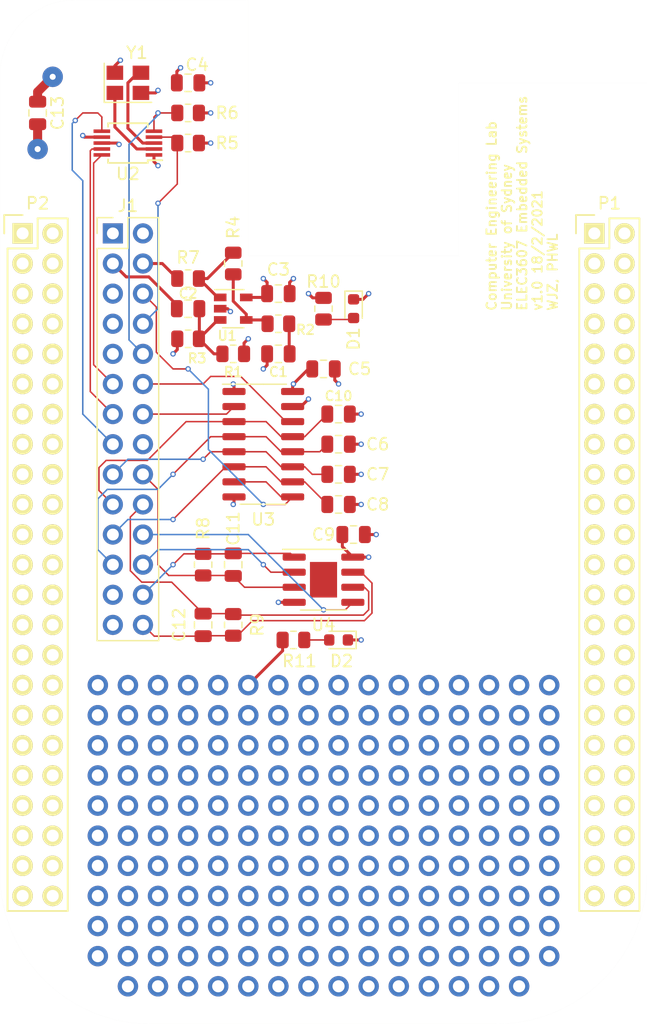
<source format=kicad_pcb>
(kicad_pcb (version 20171130) (host pcbnew 5.1.9-73d0e3b20d~88~ubuntu18.04.1)
  (layers (0 F.Cu signal) (1 GNDD.Cu power) (2 3V3.Cu power) (31 B.Cu signal) (34 B.Paste user hide) (35 F.Paste user hide) (36 B.SilkS user) (37 F.SilkS user) (38 B.Mask user) (39 F.Mask user) (44 Edge.Cuts user))
  (net 0 "")
  (net 1 +3V3)
  (net 2 +5V)
  (net 3 SYS_5V)
  (net 4 GND)
  (net 5 "Net-(C1-Pad2)")
  (net 6 "Net-(C2-Pad2)")
  (net 7 RFIN)
  (net 8 Q+)
  (net 9 I+)
  (net 10 Iout)
  (net 11 Qout)
  (net 12 RFOUT)
  (net 13 MIXIN)
  (net 14 I2C_SCL)
  (net 15 I2C_SDA)
  (net 16 CLK0)
  (net 17 MIXCLK0)
  (net 18 CLK1)
  (net 19 MIXCLK90)
  (net 20 CLK2)
  (net 21 MIXI+)
  (net 22 MIXI-)
  (net 23 MIXQ+)
  (net 24 MIXQ-)
  (net 25 "Net-(R2-Pad1)")
  (net 26 "Net-(R4-Pad1)")
  (net 27 "Net-(U2-Pad2)")
  (net 28 "Net-(U2-Pad3)")
  (net 29 I-)
  (net 30 Q-)
  (net 31 P5_MIXIN)
  (net 32 P7_SCL)
  (net 33 P9_SDA)
  (net 34 P21_Iout)
  (net 35 P23_Qout)
  (net 36 "Net-(P1-Pad3)")
  (net 37 "Net-(P1-Pad4)")
  (net 38 "Net-(P1-Pad5)")
  (net 39 "Net-(P1-Pad6)")
  (net 40 "Net-(P1-Pad7)")
  (net 41 "Net-(P1-Pad8)")
  (net 42 "Net-(P1-Pad9)")
  (net 43 "Net-(P1-Pad10)")
  (net 44 "Net-(P1-Pad11)")
  (net 45 "Net-(P1-Pad12)")
  (net 46 "Net-(P1-Pad13)")
  (net 47 "Net-(P1-Pad14)")
  (net 48 "Net-(P1-Pad15)")
  (net 49 "Net-(P1-Pad16)")
  (net 50 "Net-(P1-Pad17)")
  (net 51 "Net-(P1-Pad18)")
  (net 52 "Net-(P1-Pad19)")
  (net 53 "Net-(P1-Pad20)")
  (net 54 "Net-(P1-Pad21)")
  (net 55 "Net-(P1-Pad22)")
  (net 56 "Net-(P1-Pad23)")
  (net 57 "Net-(P1-Pad24)")
  (net 58 "Net-(P1-Pad25)")
  (net 59 "Net-(P1-Pad26)")
  (net 60 "Net-(P1-Pad27)")
  (net 61 "Net-(P1-Pad28)")
  (net 62 "Net-(P1-Pad29)")
  (net 63 "Net-(P1-Pad30)")
  (net 64 "Net-(P1-Pad31)")
  (net 65 "Net-(P1-Pad32)")
  (net 66 "Net-(P1-Pad33)")
  (net 67 "Net-(P1-Pad34)")
  (net 68 "Net-(P1-Pad35)")
  (net 69 "Net-(P1-Pad36)")
  (net 70 "Net-(P1-Pad37)")
  (net 71 "Net-(P1-Pad38)")
  (net 72 "Net-(P1-Pad39)")
  (net 73 "Net-(P1-Pad40)")
  (net 74 "Net-(P1-Pad41)")
  (net 75 "Net-(P1-Pad42)")
  (net 76 "Net-(P1-Pad43)")
  (net 77 "Net-(P1-Pad44)")
  (net 78 "Net-(P1-Pad45)")
  (net 79 "Net-(P1-Pad46)")
  (net 80 PWR_BUT)
  (net 81 SYS_RESETN)
  (net 82 "Net-(P2-Pad11)")
  (net 83 "Net-(P2-Pad12)")
  (net 84 "Net-(P2-Pad13)")
  (net 85 "Net-(P2-Pad14)")
  (net 86 "Net-(P2-Pad15)")
  (net 87 "Net-(P2-Pad16)")
  (net 88 "Net-(P2-Pad17)")
  (net 89 "Net-(P2-Pad18)")
  (net 90 "Net-(P2-Pad19)")
  (net 91 "Net-(P2-Pad20)")
  (net 92 "Net-(P2-Pad21)")
  (net 93 "Net-(P2-Pad22)")
  (net 94 "Net-(P2-Pad23)")
  (net 95 "Net-(P2-Pad24)")
  (net 96 "Net-(P2-Pad25)")
  (net 97 "Net-(P2-Pad26)")
  (net 98 "Net-(P2-Pad27)")
  (net 99 "Net-(P2-Pad28)")
  (net 100 "Net-(P2-Pad29)")
  (net 101 "Net-(P2-Pad30)")
  (net 102 "Net-(P2-Pad31)")
  (net 103 VDD_ADC)
  (net 104 "Net-(P2-Pad33)")
  (net 105 GNDA_ADC)
  (net 106 "Net-(P2-Pad35)")
  (net 107 "Net-(P2-Pad36)")
  (net 108 "Net-(P2-Pad37)")
  (net 109 "Net-(P2-Pad38)")
  (net 110 "Net-(P2-Pad39)")
  (net 111 "Net-(P2-Pad40)")
  (net 112 "Net-(P2-Pad41)")
  (net 113 "Net-(P2-Pad42)")
  (net 114 "Net-(D1-Pad2)")
  (net 115 "Net-(D2-Pad2)")
  (net 116 LED_IN)
  (module Capacitor_SMD:C_0805_2012Metric (layer F.Cu) (at 117.6401 52.2224 270)
    (fp_text reference C13 (at 0 -1.68 90) (layer F.SilkS))
    (fp_text value 10uF)
    (pad 2 smd roundrect (at 0.95 0 270) (size 1 1.45) (layers F.Cu F.Paste F.Mask) (net 4 GND))
    (pad 1 smd roundrect (at -0.95 0 270) (size 1 1.45) (layers F.Cu F.Paste F.Mask) (net 1 +3V3))
  )
  (module Resistor_SMD:R_0805_2012Metric (layer F.Cu) (at 139.2301 96.6724)
    (fp_text reference R11 (at 0.508 1.778) (layer F.SilkS))
    (fp_text value 200)
    (pad 2 smd roundrect (at 0.9125 0) (size 1.025 1.4) (layers F.Cu F.Paste F.Mask) (roundrect_rratio 0.2439004878048781) (net 115 "Net-(D2-Pad2)"))
    (pad 1 smd roundrect (at -0.9125 0) (size 1.025 1.4) (layers F.Cu F.Paste F.Mask) (roundrect_rratio 0.2439004878048781) (net 116 LED_IN))
  )
  (module Resistor_SMD:R_0805_2012Metric (layer F.Cu) (at 141.7701 68.7324 270)
    (fp_text reference R10 (at -2.286 0 180) (layer F.SilkS))
    (fp_text value 62)
    (pad 2 smd roundrect (at 0.9125 0 270) (size 1.025 1.4) (layers F.Cu F.Paste F.Mask) (roundrect_rratio 0.2439004878048781) (net 114 "Net-(D1-Pad2)"))
    (pad 1 smd roundrect (at -0.9125 0 270) (size 1.025 1.4) (layers F.Cu F.Paste F.Mask) (roundrect_rratio 0.2439004878048781) (net 1 +3V3))
  )
  (module Diode_SMD:D_0603_1608Metric (layer F.Cu) (at 143.0401 96.6724 180)
    (fp_text reference D2 (at -0.254 -1.778) (layer F.SilkS))
    (fp_text value "LED blue")
    (pad 2 smd roundrect (at 0.7875 0 180) (size 0.875 0.95) (layers F.Cu F.Paste F.Mask) (net 115 "Net-(D2-Pad2)"))
    (pad 1 smd roundrect (at -0.7875 0 180) (size 0.875 0.95) (layers F.Cu F.Paste F.Mask) (net 4 GND))
  )
  (module Diode_SMD:D_0603_1608Metric (layer F.Cu) (at 144.3101 68.7324 270)
    (fp_text reference D1 (at 2.54 0 90) (layer F.SilkS))
    (fp_text value "LED yellow")
    (pad 2 smd roundrect (at 0.7875 0 270) (size 0.875 0.95) (layers F.Cu F.Paste F.Mask) (net 114 "Net-(D1-Pad2)"))
    (pad 1 smd roundrect (at -0.7875 0 270) (size 0.875 0.95) (layers F.Cu F.Paste F.Mask) (net 4 GND))
  )
  (module Package_TO_SOT_SMD:SOT-23-5 (layer F.Cu) (at 134.1501 68.7324)
    (fp_text reference U1 (at -0.508 2.286) (layer F.SilkS) (effects (font (size 0.8 0.8))))
    (fp_text value THS4304)
    (pad 5 smd rect (at 1.1 -0.95) (size 1.06 0.65) (layers F.Cu F.Paste F.Mask) (net 1 +3V3))
    (pad 4 smd rect (at 1.1 0.95) (size 1.06 0.65) (layers F.Cu F.Paste F.Mask) (net 25 "Net-(R2-Pad1)"))
    (pad 3 smd rect (at -1.1 0.95) (size 1.06 0.65) (layers F.Cu F.Paste F.Mask) (net 6 "Net-(C2-Pad2)"))
    (pad 2 smd rect (at -1.1 0) (size 1.06 0.65) (layers F.Cu F.Paste F.Mask) (net 4 GND))
    (pad 1 smd rect (at -1.1 -0.95) (size 1.06 0.65) (layers F.Cu F.Paste F.Mask) (net 26 "Net-(R4-Pad1)"))
  )
  (module Capacitor_SMD:C_0805_2012Metric (layer F.Cu) (at 130.3401 68.7324)
    (fp_text reference C2 (at 0 -1.27) (layer F.SilkS) (effects (font (size 0.8 0.8))))
    (fp_text value 0.01uF)
    (pad 2 smd roundrect (at 0.95 0) (size 1 1.45) (layers F.Cu F.Paste F.Mask) (net 6 "Net-(C2-Pad2)"))
    (pad 1 smd roundrect (at -0.95 0) (size 1 1.45) (layers F.Cu F.Paste F.Mask) (net 7 RFIN))
  )
  (module Capacitor_SMD:C_0805_2012Metric (layer F.Cu) (at 137.9601 72.5424)
    (fp_text reference C1 (at 0 1.524) (layer F.SilkS) (effects (font (size 0.8 0.8))))
    (fp_text value 0.1uF)
    (pad 2 smd roundrect (at 0.95 0) (size 1 1.45) (layers F.Cu F.Paste F.Mask) (net 5 "Net-(C1-Pad2)"))
    (pad 1 smd roundrect (at -0.95 0) (size 1 1.45) (layers F.Cu F.Paste F.Mask) (net 4 GND))
  )
  (module Package_SO:MSOP-10_3x3mm_P0.5mm (layer F.Cu) (at 125.2601 54.7624 180)
    (fp_text reference U2 (at 0 -2.6) (layer F.SilkS))
    (fp_text value Si5351A-B-GT)
    (pad 1 smd rect (at -2.2 -1 180) (size 1.4 0.3) (layers F.Cu F.Paste F.Mask) (net 1 +3V3))
    (pad 2 smd rect (at -2.2 -0.5 180) (size 1.4 0.3) (layers F.Cu F.Paste F.Mask) (net 27 "Net-(U2-Pad2)"))
    (pad 3 smd rect (at -2.2 0 180) (size 1.4 0.3) (layers F.Cu F.Paste F.Mask) (net 28 "Net-(U2-Pad3)"))
    (pad 4 smd rect (at -2.2 0.5 180) (size 1.4 0.3) (layers F.Cu F.Paste F.Mask) (net 14 I2C_SCL))
    (pad 5 smd rect (at -2.2 1 180) (size 1.4 0.3) (layers F.Cu F.Paste F.Mask) (net 15 I2C_SDA))
    (pad 6 smd rect (at 2.2 1 180) (size 1.4 0.3) (layers F.Cu F.Paste F.Mask) (net 20 CLK2))
    (pad 7 smd rect (at 2.2 0.5 180) (size 1.4 0.3) (layers F.Cu F.Paste F.Mask) (net 1 +3V3))
    (pad 8 smd rect (at 2.2 0 180) (size 1.4 0.3) (layers F.Cu F.Paste F.Mask) (net 4 GND))
    (pad 9 smd rect (at 2.2 -0.5 180) (size 1.4 0.3) (layers F.Cu F.Paste F.Mask) (net 18 CLK1))
    (pad 10 smd rect (at 2.2 -1 180) (size 1.4 0.3) (layers F.Cu F.Paste F.Mask) (net 16 CLK0))
  )
  (module Crystal:Crystal_SMD_TXC_7M-4Pin_3.2x2.5mm (layer F.Cu) (at 125.2601 49.6824)
    (fp_text reference Y1 (at 0.762 -2.54) (layer F.SilkS))
    (fp_text value Crystal)
    (pad 4 smd rect (at -1.1 -0.85) (size 1.4 1.2) (layers F.Cu F.Paste F.Mask) (net 4 GND))
    (pad 3 smd rect (at 1.1 -0.85) (size 1.4 1.2) (layers F.Cu F.Paste F.Mask) (net 28 "Net-(U2-Pad3)"))
    (pad 2 smd rect (at 1.1 0.85) (size 1.4 1.2) (layers F.Cu F.Paste F.Mask) (net 4 GND))
    (pad 1 smd rect (at -1.1 0.85) (size 1.4 1.2) (layers F.Cu F.Paste F.Mask) (net 27 "Net-(U2-Pad2)"))
  )
  (module Socket_BeagleBone_Black:Socket_BeagleBone_Black (layer F.Cu) (at 164.6301 62.3824)
    (fp_text reference P1 (at 1.27 -2.54) (layer F.SilkS))
    (fp_text value BeagleBone_Black_Header)
    (pad 1 thru_hole rect (at 0 0) (size 1.7272 1.7272) (drill 1.016) (layers *.Cu *.Mask F.SilkS) (net 4 GND))
    (pad 2 thru_hole oval (at 2.54 0) (size 1.7272 1.7272) (drill 1.016) (layers *.Cu *.Mask F.SilkS) (net 4 GND))
    (pad 3 thru_hole oval (at 0 2.54) (size 1.7272 1.7272) (drill 1.016) (layers *.Cu *.Mask F.SilkS) (net 36 "Net-(P1-Pad3)"))
    (pad 4 thru_hole oval (at 2.54 2.54) (size 1.7272 1.7272) (drill 1.016) (layers *.Cu *.Mask F.SilkS) (net 37 "Net-(P1-Pad4)"))
    (pad 5 thru_hole oval (at 0 5.08) (size 1.7272 1.7272) (drill 1.016) (layers *.Cu *.Mask F.SilkS) (net 38 "Net-(P1-Pad5)"))
    (pad 6 thru_hole oval (at 2.54 5.08) (size 1.7272 1.7272) (drill 1.016) (layers *.Cu *.Mask F.SilkS) (net 39 "Net-(P1-Pad6)"))
    (pad 7 thru_hole oval (at 0 7.62) (size 1.7272 1.7272) (drill 1.016) (layers *.Cu *.Mask F.SilkS) (net 40 "Net-(P1-Pad7)"))
    (pad 8 thru_hole oval (at 2.54 7.62) (size 1.7272 1.7272) (drill 1.016) (layers *.Cu *.Mask F.SilkS) (net 41 "Net-(P1-Pad8)"))
    (pad 9 thru_hole oval (at 0 10.16) (size 1.7272 1.7272) (drill 1.016) (layers *.Cu *.Mask F.SilkS) (net 42 "Net-(P1-Pad9)"))
    (pad 10 thru_hole oval (at 2.54 10.16) (size 1.7272 1.7272) (drill 1.016) (layers *.Cu *.Mask F.SilkS) (net 43 "Net-(P1-Pad10)"))
    (pad 11 thru_hole oval (at 0 12.7) (size 1.7272 1.7272) (drill 1.016) (layers *.Cu *.Mask F.SilkS) (net 44 "Net-(P1-Pad11)"))
    (pad 12 thru_hole oval (at 2.54 12.7) (size 1.7272 1.7272) (drill 1.016) (layers *.Cu *.Mask F.SilkS) (net 45 "Net-(P1-Pad12)"))
    (pad 13 thru_hole oval (at 0 15.24) (size 1.7272 1.7272) (drill 1.016) (layers *.Cu *.Mask F.SilkS) (net 46 "Net-(P1-Pad13)"))
    (pad 14 thru_hole oval (at 2.54 15.24) (size 1.7272 1.7272) (drill 1.016) (layers *.Cu *.Mask F.SilkS) (net 47 "Net-(P1-Pad14)"))
    (pad 15 thru_hole oval (at 0 17.78) (size 1.7272 1.7272) (drill 1.016) (layers *.Cu *.Mask F.SilkS) (net 48 "Net-(P1-Pad15)"))
    (pad 16 thru_hole oval (at 2.54 17.78) (size 1.7272 1.7272) (drill 1.016) (layers *.Cu *.Mask F.SilkS) (net 49 "Net-(P1-Pad16)"))
    (pad 17 thru_hole oval (at 0 20.32) (size 1.7272 1.7272) (drill 1.016) (layers *.Cu *.Mask F.SilkS) (net 50 "Net-(P1-Pad17)"))
    (pad 18 thru_hole oval (at 2.54 20.32) (size 1.7272 1.7272) (drill 1.016) (layers *.Cu *.Mask F.SilkS) (net 51 "Net-(P1-Pad18)"))
    (pad 19 thru_hole oval (at 0 22.86) (size 1.7272 1.7272) (drill 1.016) (layers *.Cu *.Mask F.SilkS) (net 52 "Net-(P1-Pad19)"))
    (pad 20 thru_hole oval (at 2.54 22.86) (size 1.7272 1.7272) (drill 1.016) (layers *.Cu *.Mask F.SilkS) (net 53 "Net-(P1-Pad20)"))
    (pad 21 thru_hole oval (at 0 25.4) (size 1.7272 1.7272) (drill 1.016) (layers *.Cu *.Mask F.SilkS) (net 54 "Net-(P1-Pad21)"))
    (pad 22 thru_hole oval (at 2.54 25.4) (size 1.7272 1.7272) (drill 1.016) (layers *.Cu *.Mask F.SilkS) (net 55 "Net-(P1-Pad22)"))
    (pad 23 thru_hole oval (at 0 27.94) (size 1.7272 1.7272) (drill 1.016) (layers *.Cu *.Mask F.SilkS) (net 56 "Net-(P1-Pad23)"))
    (pad 24 thru_hole oval (at 2.54 27.94) (size 1.7272 1.7272) (drill 1.016) (layers *.Cu *.Mask F.SilkS) (net 57 "Net-(P1-Pad24)"))
    (pad 25 thru_hole oval (at 0 30.48) (size 1.7272 1.7272) (drill 1.016) (layers *.Cu *.Mask F.SilkS) (net 58 "Net-(P1-Pad25)"))
    (pad 26 thru_hole oval (at 2.54 30.48) (size 1.7272 1.7272) (drill 1.016) (layers *.Cu *.Mask F.SilkS) (net 59 "Net-(P1-Pad26)"))
    (pad 27 thru_hole oval (at 0 33.02) (size 1.7272 1.7272) (drill 1.016) (layers *.Cu *.Mask F.SilkS) (net 60 "Net-(P1-Pad27)"))
    (pad 28 thru_hole oval (at 2.54 33.02) (size 1.7272 1.7272) (drill 1.016) (layers *.Cu *.Mask F.SilkS) (net 61 "Net-(P1-Pad28)"))
    (pad 29 thru_hole oval (at 0 35.56) (size 1.7272 1.7272) (drill 1.016) (layers *.Cu *.Mask F.SilkS) (net 62 "Net-(P1-Pad29)"))
    (pad 30 thru_hole oval (at 2.54 35.56) (size 1.7272 1.7272) (drill 1.016) (layers *.Cu *.Mask F.SilkS) (net 63 "Net-(P1-Pad30)"))
    (pad 31 thru_hole oval (at 0 38.1) (size 1.7272 1.7272) (drill 1.016) (layers *.Cu *.Mask F.SilkS) (net 64 "Net-(P1-Pad31)"))
    (pad 32 thru_hole oval (at 2.54 38.1) (size 1.7272 1.7272) (drill 1.016) (layers *.Cu *.Mask F.SilkS) (net 65 "Net-(P1-Pad32)"))
    (pad 33 thru_hole oval (at 0 40.64) (size 1.7272 1.7272) (drill 1.016) (layers *.Cu *.Mask F.SilkS) (net 66 "Net-(P1-Pad33)"))
    (pad 34 thru_hole oval (at 2.54 40.64) (size 1.7272 1.7272) (drill 1.016) (layers *.Cu *.Mask F.SilkS) (net 67 "Net-(P1-Pad34)"))
    (pad 35 thru_hole oval (at 0 43.18) (size 1.7272 1.7272) (drill 1.016) (layers *.Cu *.Mask F.SilkS) (net 68 "Net-(P1-Pad35)"))
    (pad 36 thru_hole oval (at 2.54 43.18) (size 1.7272 1.7272) (drill 1.016) (layers *.Cu *.Mask F.SilkS) (net 69 "Net-(P1-Pad36)"))
    (pad 37 thru_hole oval (at 0 45.72) (size 1.7272 1.7272) (drill 1.016) (layers *.Cu *.Mask F.SilkS) (net 70 "Net-(P1-Pad37)"))
    (pad 38 thru_hole oval (at 2.54 45.72) (size 1.7272 1.7272) (drill 1.016) (layers *.Cu *.Mask F.SilkS) (net 71 "Net-(P1-Pad38)"))
    (pad 39 thru_hole oval (at 0 48.26) (size 1.7272 1.7272) (drill 1.016) (layers *.Cu *.Mask F.SilkS) (net 72 "Net-(P1-Pad39)"))
    (pad 40 thru_hole oval (at 2.54 48.26) (size 1.7272 1.7272) (drill 1.016) (layers *.Cu *.Mask F.SilkS) (net 73 "Net-(P1-Pad40)"))
    (pad 41 thru_hole oval (at 0 50.8) (size 1.7272 1.7272) (drill 1.016) (layers *.Cu *.Mask F.SilkS) (net 74 "Net-(P1-Pad41)"))
    (pad 42 thru_hole oval (at 2.54 50.8) (size 1.7272 1.7272) (drill 1.016) (layers *.Cu *.Mask F.SilkS) (net 75 "Net-(P1-Pad42)"))
    (pad 43 thru_hole oval (at 0 53.34) (size 1.7272 1.7272) (drill 1.016) (layers *.Cu *.Mask F.SilkS) (net 76 "Net-(P1-Pad43)"))
    (pad 44 thru_hole oval (at 2.54 53.34) (size 1.7272 1.7272) (drill 1.016) (layers *.Cu *.Mask F.SilkS) (net 77 "Net-(P1-Pad44)"))
    (pad 45 thru_hole oval (at 0 55.88) (size 1.7272 1.7272) (drill 1.016) (layers *.Cu *.Mask F.SilkS) (net 78 "Net-(P1-Pad45)"))
    (pad 46 thru_hole oval (at 2.54 55.88) (size 1.7272 1.7272) (drill 1.016) (layers *.Cu *.Mask F.SilkS) (net 79 "Net-(P1-Pad46)"))
  )
  (module Socket_BeagleBone_Black:Socket_BeagleBone_Black (layer F.Cu) (at 116.3701 62.3824)
    (fp_text reference P2 (at 1.27 -2.54) (layer F.SilkS))
    (fp_text value BeagleBone_Black_Header)
    (pad 1 thru_hole rect (at 0 0) (size 1.7272 1.7272) (drill 1.016) (layers *.Cu *.Mask F.SilkS) (net 4 GND))
    (pad 2 thru_hole oval (at 2.54 0) (size 1.7272 1.7272) (drill 1.016) (layers *.Cu *.Mask F.SilkS) (net 4 GND))
    (pad 3 thru_hole oval (at 0 2.54) (size 1.7272 1.7272) (drill 1.016) (layers *.Cu *.Mask F.SilkS) (net 1 +3V3))
    (pad 4 thru_hole oval (at 2.54 2.54) (size 1.7272 1.7272) (drill 1.016) (layers *.Cu *.Mask F.SilkS) (net 1 +3V3))
    (pad 5 thru_hole oval (at 0 5.08) (size 1.7272 1.7272) (drill 1.016) (layers *.Cu *.Mask F.SilkS) (net 2 +5V))
    (pad 6 thru_hole oval (at 2.54 5.08) (size 1.7272 1.7272) (drill 1.016) (layers *.Cu *.Mask F.SilkS) (net 2 +5V))
    (pad 7 thru_hole oval (at 0 7.62) (size 1.7272 1.7272) (drill 1.016) (layers *.Cu *.Mask F.SilkS) (net 3 SYS_5V))
    (pad 8 thru_hole oval (at 2.54 7.62) (size 1.7272 1.7272) (drill 1.016) (layers *.Cu *.Mask F.SilkS) (net 3 SYS_5V))
    (pad 9 thru_hole oval (at 0 10.16) (size 1.7272 1.7272) (drill 1.016) (layers *.Cu *.Mask F.SilkS) (net 80 PWR_BUT))
    (pad 10 thru_hole oval (at 2.54 10.16) (size 1.7272 1.7272) (drill 1.016) (layers *.Cu *.Mask F.SilkS) (net 81 SYS_RESETN))
    (pad 11 thru_hole oval (at 0 12.7) (size 1.7272 1.7272) (drill 1.016) (layers *.Cu *.Mask F.SilkS) (net 82 "Net-(P2-Pad11)"))
    (pad 12 thru_hole oval (at 2.54 12.7) (size 1.7272 1.7272) (drill 1.016) (layers *.Cu *.Mask F.SilkS) (net 83 "Net-(P2-Pad12)"))
    (pad 13 thru_hole oval (at 0 15.24) (size 1.7272 1.7272) (drill 1.016) (layers *.Cu *.Mask F.SilkS) (net 84 "Net-(P2-Pad13)"))
    (pad 14 thru_hole oval (at 2.54 15.24) (size 1.7272 1.7272) (drill 1.016) (layers *.Cu *.Mask F.SilkS) (net 85 "Net-(P2-Pad14)"))
    (pad 15 thru_hole oval (at 0 17.78) (size 1.7272 1.7272) (drill 1.016) (layers *.Cu *.Mask F.SilkS) (net 86 "Net-(P2-Pad15)"))
    (pad 16 thru_hole oval (at 2.54 17.78) (size 1.7272 1.7272) (drill 1.016) (layers *.Cu *.Mask F.SilkS) (net 87 "Net-(P2-Pad16)"))
    (pad 17 thru_hole oval (at 0 20.32) (size 1.7272 1.7272) (drill 1.016) (layers *.Cu *.Mask F.SilkS) (net 88 "Net-(P2-Pad17)"))
    (pad 18 thru_hole oval (at 2.54 20.32) (size 1.7272 1.7272) (drill 1.016) (layers *.Cu *.Mask F.SilkS) (net 89 "Net-(P2-Pad18)"))
    (pad 19 thru_hole oval (at 0 22.86) (size 1.7272 1.7272) (drill 1.016) (layers *.Cu *.Mask F.SilkS) (net 90 "Net-(P2-Pad19)"))
    (pad 20 thru_hole oval (at 2.54 22.86) (size 1.7272 1.7272) (drill 1.016) (layers *.Cu *.Mask F.SilkS) (net 91 "Net-(P2-Pad20)"))
    (pad 21 thru_hole oval (at 0 25.4) (size 1.7272 1.7272) (drill 1.016) (layers *.Cu *.Mask F.SilkS) (net 92 "Net-(P2-Pad21)"))
    (pad 22 thru_hole oval (at 2.54 25.4) (size 1.7272 1.7272) (drill 1.016) (layers *.Cu *.Mask F.SilkS) (net 93 "Net-(P2-Pad22)"))
    (pad 23 thru_hole oval (at 0 27.94) (size 1.7272 1.7272) (drill 1.016) (layers *.Cu *.Mask F.SilkS) (net 94 "Net-(P2-Pad23)"))
    (pad 24 thru_hole oval (at 2.54 27.94) (size 1.7272 1.7272) (drill 1.016) (layers *.Cu *.Mask F.SilkS) (net 95 "Net-(P2-Pad24)"))
    (pad 25 thru_hole oval (at 0 30.48) (size 1.7272 1.7272) (drill 1.016) (layers *.Cu *.Mask F.SilkS) (net 96 "Net-(P2-Pad25)"))
    (pad 26 thru_hole oval (at 2.54 30.48) (size 1.7272 1.7272) (drill 1.016) (layers *.Cu *.Mask F.SilkS) (net 97 "Net-(P2-Pad26)"))
    (pad 27 thru_hole oval (at 0 33.02) (size 1.7272 1.7272) (drill 1.016) (layers *.Cu *.Mask F.SilkS) (net 98 "Net-(P2-Pad27)"))
    (pad 28 thru_hole oval (at 2.54 33.02) (size 1.7272 1.7272) (drill 1.016) (layers *.Cu *.Mask F.SilkS) (net 99 "Net-(P2-Pad28)"))
    (pad 29 thru_hole oval (at 0 35.56) (size 1.7272 1.7272) (drill 1.016) (layers *.Cu *.Mask F.SilkS) (net 100 "Net-(P2-Pad29)"))
    (pad 30 thru_hole oval (at 2.54 35.56) (size 1.7272 1.7272) (drill 1.016) (layers *.Cu *.Mask F.SilkS) (net 101 "Net-(P2-Pad30)"))
    (pad 31 thru_hole oval (at 0 38.1) (size 1.7272 1.7272) (drill 1.016) (layers *.Cu *.Mask F.SilkS) (net 102 "Net-(P2-Pad31)"))
    (pad 32 thru_hole oval (at 2.54 38.1) (size 1.7272 1.7272) (drill 1.016) (layers *.Cu *.Mask F.SilkS) (net 103 VDD_ADC))
    (pad 33 thru_hole oval (at 0 40.64) (size 1.7272 1.7272) (drill 1.016) (layers *.Cu *.Mask F.SilkS) (net 104 "Net-(P2-Pad33)"))
    (pad 34 thru_hole oval (at 2.54 40.64) (size 1.7272 1.7272) (drill 1.016) (layers *.Cu *.Mask F.SilkS) (net 105 GNDA_ADC))
    (pad 35 thru_hole oval (at 0 43.18) (size 1.7272 1.7272) (drill 1.016) (layers *.Cu *.Mask F.SilkS) (net 106 "Net-(P2-Pad35)"))
    (pad 36 thru_hole oval (at 2.54 43.18) (size 1.7272 1.7272) (drill 1.016) (layers *.Cu *.Mask F.SilkS) (net 107 "Net-(P2-Pad36)"))
    (pad 37 thru_hole oval (at 0 45.72) (size 1.7272 1.7272) (drill 1.016) (layers *.Cu *.Mask F.SilkS) (net 108 "Net-(P2-Pad37)"))
    (pad 38 thru_hole oval (at 2.54 45.72) (size 1.7272 1.7272) (drill 1.016) (layers *.Cu *.Mask F.SilkS) (net 109 "Net-(P2-Pad38)"))
    (pad 39 thru_hole oval (at 0 48.26) (size 1.7272 1.7272) (drill 1.016) (layers *.Cu *.Mask F.SilkS) (net 110 "Net-(P2-Pad39)"))
    (pad 40 thru_hole oval (at 2.54 48.26) (size 1.7272 1.7272) (drill 1.016) (layers *.Cu *.Mask F.SilkS) (net 111 "Net-(P2-Pad40)"))
    (pad 41 thru_hole oval (at 0 50.8) (size 1.7272 1.7272) (drill 1.016) (layers *.Cu *.Mask F.SilkS) (net 112 "Net-(P2-Pad41)"))
    (pad 42 thru_hole oval (at 2.54 50.8) (size 1.7272 1.7272) (drill 1.016) (layers *.Cu *.Mask F.SilkS) (net 113 "Net-(P2-Pad42)"))
    (pad 43 thru_hole oval (at 0 53.34) (size 1.7272 1.7272) (drill 1.016) (layers *.Cu *.Mask F.SilkS) (net 4 GND))
    (pad 44 thru_hole oval (at 2.54 53.34) (size 1.7272 1.7272) (drill 1.016) (layers *.Cu *.Mask F.SilkS) (net 4 GND))
    (pad 45 thru_hole oval (at 0 55.88) (size 1.7272 1.7272) (drill 1.016) (layers *.Cu *.Mask F.SilkS) (net 4 GND))
    (pad 46 thru_hole oval (at 2.54 55.88) (size 1.7272 1.7272) (drill 1.016) (layers *.Cu *.Mask F.SilkS) (net 4 GND))
  )
  (module Capacitor_SMD:C_0805_2012Metric (layer F.Cu) (at 137.9601 67.4624 180)
    (fp_text reference C3 (at 0 2.032) (layer F.SilkS))
    (fp_text value 0.1uF)
    (pad 1 smd roundrect (at -0.95 0 180) (size 1 1.45) (layers F.Cu F.Paste F.Mask) (net 4 GND))
    (pad 2 smd roundrect (at 0.95 0 180) (size 1 1.45) (layers F.Cu F.Paste F.Mask) (net 1 +3V3))
  )
  (module Capacitor_SMD:C_0805_2012Metric (layer F.Cu) (at 130.3401 49.6824 180)
    (fp_text reference C4 (at -0.762 1.524) (layer F.SilkS))
    (fp_text value 0.1uF)
    (pad 1 smd roundrect (at -0.95 0 180) (size 1 1.45) (layers F.Cu F.Paste F.Mask) (net 1 +3V3))
    (pad 2 smd roundrect (at 0.95 0 180) (size 1 1.45) (layers F.Cu F.Paste F.Mask) (net 4 GND))
  )
  (module Capacitor_SMD:C_0805_2012Metric (layer F.Cu) (at 141.7701 73.8124)
    (fp_text reference C5 (at 3.048 0) (layer F.SilkS))
    (fp_text value 0.1uF)
    (pad 2 smd roundrect (at 0.95 0) (size 1 1.45) (layers F.Cu F.Paste F.Mask) (net 4 GND))
    (pad 1 smd roundrect (at -0.95 0) (size 1 1.45) (layers F.Cu F.Paste F.Mask) (net 1 +3V3))
  )
  (module Capacitor_SMD:C_0805_2012Metric (layer F.Cu) (at 143.0401 80.1624)
    (fp_text reference C6 (at 3.302 0) (layer F.SilkS))
    (fp_text value 0.1uF)
    (pad 2 smd roundrect (at 0.95 0) (size 1 1.45) (layers F.Cu F.Paste F.Mask) (net 4 GND))
    (pad 1 smd roundrect (at -0.95 0) (size 1 1.45) (layers F.Cu F.Paste F.Mask) (net 24 MIXQ-))
  )
  (module Capacitor_SMD:C_0805_2012Metric (layer F.Cu) (at 143.0401 82.7024)
    (fp_text reference C7 (at 3.302 0) (layer F.SilkS))
    (fp_text value 0.1uF)
    (pad 1 smd roundrect (at -0.95 0) (size 1 1.45) (layers F.Cu F.Paste F.Mask) (net 21 MIXI+))
    (pad 2 smd roundrect (at 0.95 0) (size 1 1.45) (layers F.Cu F.Paste F.Mask) (net 4 GND))
  )
  (module Capacitor_SMD:C_0805_2012Metric (layer F.Cu) (at 143.0401 85.2424)
    (fp_text reference C8 (at 3.302 0) (layer F.SilkS))
    (fp_text value 0.1uF)
    (pad 2 smd roundrect (at 0.95 0) (size 1 1.45) (layers F.Cu F.Paste F.Mask) (net 4 GND))
    (pad 1 smd roundrect (at -0.95 0) (size 1 1.45) (layers F.Cu F.Paste F.Mask) (net 23 MIXQ+))
  )
  (module Capacitor_SMD:C_0805_2012Metric (layer F.Cu) (at 144.3101 87.7824)
    (fp_text reference C9 (at -2.54 0) (layer F.SilkS))
    (fp_text value 0.1uF)
    (pad 2 smd roundrect (at 0.95 0) (size 1 1.45) (layers F.Cu F.Paste F.Mask) (net 4 GND))
    (pad 1 smd roundrect (at -0.95 0) (size 1 1.45) (layers F.Cu F.Paste F.Mask) (net 1 +3V3))
  )
  (module Capacitor_SMD:C_0805_2012Metric (layer F.Cu) (at 143.0401 77.6224)
    (fp_text reference C10 (at 0 -1.524) (layer F.SilkS) (effects (font (size 0.8 0.8))))
    (fp_text value 0.1uF)
    (pad 1 smd roundrect (at -0.95 0) (size 1 1.45) (layers F.Cu F.Paste F.Mask) (net 22 MIXI-))
    (pad 2 smd roundrect (at 0.95 0) (size 1 1.45) (layers F.Cu F.Paste F.Mask) (net 4 GND))
  )
  (module Capacitor_SMD:C_0805_2012Metric (layer F.Cu) (at 134.1501 90.3224 270)
    (fp_text reference C11 (at -3.048 0 90) (layer F.SilkS))
    (fp_text value 3300pF)
    (pad 2 smd roundrect (at 0.95 0 270) (size 1 1.45) (layers F.Cu F.Paste F.Mask) (net 9 I+))
    (pad 1 smd roundrect (at -0.95 0 270) (size 1 1.45) (layers F.Cu F.Paste F.Mask) (net 10 Iout))
  )
  (module Capacitor_SMD:C_0805_2012Metric (layer F.Cu) (at 131.6101 95.4024 90)
    (fp_text reference C12 (at 0 -2.032 90) (layer F.SilkS))
    (fp_text value 3300pF)
    (pad 1 smd roundrect (at -0.95 0 90) (size 1 1.45) (layers F.Cu F.Paste F.Mask) (net 11 Qout))
    (pad 2 smd roundrect (at 0.95 0 90) (size 1 1.45) (layers F.Cu F.Paste F.Mask) (net 29 I-))
  )
  (module Resistor_SMD:R_0805_2012Metric (layer F.Cu) (at 134.1501 72.5424 180)
    (fp_text reference R1 (at 0 -1.524) (layer F.SilkS) (effects (font (size 0.8 0.8))))
    (fp_text value 470)
    (pad 1 smd roundrect (at -0.9125 0 180) (size 1.025 1.4) (layers F.Cu F.Paste F.Mask) (roundrect_rratio 0.2439004878048781) (net 4 GND))
    (pad 2 smd roundrect (at 0.9125 0 180) (size 1.025 1.4) (layers F.Cu F.Paste F.Mask) (roundrect_rratio 0.2439004878048781) (net 6 "Net-(C2-Pad2)"))
  )
  (module Resistor_SMD:R_0805_2012Metric (layer F.Cu) (at 137.9601 70.0024)
    (fp_text reference R2 (at 2.286 0.508) (layer F.SilkS) (effects (font (size 0.8 0.8))))
    (fp_text value 47)
    (pad 1 smd roundrect (at -0.9125 0) (size 1.025 1.4) (layers F.Cu F.Paste F.Mask) (roundrect_rratio 0.2439004878048781) (net 25 "Net-(R2-Pad1)"))
    (pad 2 smd roundrect (at 0.9125 0) (size 1.025 1.4) (layers F.Cu F.Paste F.Mask) (roundrect_rratio 0.2439004878048781) (net 5 "Net-(C1-Pad2)"))
  )
  (module Resistor_SMD:R_0805_2012Metric (layer F.Cu) (at 130.3401 71.2724 180)
    (fp_text reference R3 (at -0.762 -1.65) (layer F.SilkS) (effects (font (size 0.8 0.8))))
    (fp_text value 470)
    (pad 2 smd roundrect (at 0.9125 0 180) (size 1.025 1.4) (layers F.Cu F.Paste F.Mask) (roundrect_rratio 0.2439004878048781) (net 1 +3V3))
    (pad 1 smd roundrect (at -0.9125 0 180) (size 1.025 1.4) (layers F.Cu F.Paste F.Mask) (roundrect_rratio 0.2439004878048781) (net 6 "Net-(C2-Pad2)"))
  )
  (module Resistor_SMD:R_0805_2012Metric (layer F.Cu) (at 134.1501 64.9224 270)
    (fp_text reference R4 (at -3.048 0 90) (layer F.SilkS))
    (fp_text value 220)
    (pad 1 smd roundrect (at -0.9125 0 270) (size 1.025 1.4) (layers F.Cu F.Paste F.Mask) (roundrect_rratio 0.2439004878048781) (net 26 "Net-(R4-Pad1)"))
    (pad 2 smd roundrect (at 0.9125 0 270) (size 1.025 1.4) (layers F.Cu F.Paste F.Mask) (roundrect_rratio 0.2439004878048781) (net 25 "Net-(R2-Pad1)"))
  )
  (module Resistor_SMD:R_0805_2012Metric (layer F.Cu) (at 130.3401 54.7624)
    (fp_text reference R5 (at 3.302 0) (layer F.SilkS))
    (fp_text value 4.7k)
    (pad 1 smd roundrect (at -0.9125 0) (size 1.025 1.4) (layers F.Cu F.Paste F.Mask) (roundrect_rratio 0.2439004878048781) (net 14 I2C_SCL))
    (pad 2 smd roundrect (at 0.9125 0) (size 1.025 1.4) (layers F.Cu F.Paste F.Mask) (roundrect_rratio 0.2439004878048781) (net 1 +3V3))
  )
  (module Resistor_SMD:R_0805_2012Metric (layer F.Cu) (at 130.3401 52.2224)
    (fp_text reference R6 (at 3.302 0) (layer F.SilkS))
    (fp_text value 4.7k)
    (pad 2 smd roundrect (at 0.9125 0) (size 1.025 1.4) (layers F.Cu F.Paste F.Mask) (roundrect_rratio 0.2439004878048781) (net 1 +3V3))
    (pad 1 smd roundrect (at -0.9125 0) (size 1.025 1.4) (layers F.Cu F.Paste F.Mask) (roundrect_rratio 0.2439004878048781) (net 15 I2C_SDA))
  )
  (module Resistor_SMD:R_0805_2012Metric (layer F.Cu) (at 130.3401 66.1924)
    (fp_text reference R7 (at 0 -1.778) (layer F.SilkS))
    (fp_text value 100)
    (pad 2 smd roundrect (at 0.9125 0) (size 1.025 1.4) (layers F.Cu F.Paste F.Mask) (roundrect_rratio 0.2439004878048781) (net 26 "Net-(R4-Pad1)"))
    (pad 1 smd roundrect (at -0.9125 0) (size 1.025 1.4) (layers F.Cu F.Paste F.Mask) (roundrect_rratio 0.2439004878048781) (net 12 RFOUT))
  )
  (module Resistor_SMD:R_0805_2012Metric (layer F.Cu) (at 131.6101 90.3224 270)
    (fp_text reference R8 (at -3.048 0 90) (layer F.SilkS))
    (fp_text value 10K)
    (pad 2 smd roundrect (at 0.9125 0 270) (size 1.025 1.4) (layers F.Cu F.Paste F.Mask) (roundrect_rratio 0.2439004878048781) (net 9 I+))
    (pad 1 smd roundrect (at -0.9125 0 270) (size 1.025 1.4) (layers F.Cu F.Paste F.Mask) (roundrect_rratio 0.2439004878048781) (net 10 Iout))
  )
  (module Resistor_SMD:R_0805_2012Metric (layer F.Cu) (at 134.1501 95.4024 90)
    (fp_text reference R9 (at 0 2.032 90) (layer F.SilkS))
    (fp_text value 10K)
    (pad 1 smd roundrect (at -0.9125 0 90) (size 1.025 1.4) (layers F.Cu F.Paste F.Mask) (roundrect_rratio 0.2439004878048781) (net 11 Qout))
    (pad 2 smd roundrect (at 0.9125 0 90) (size 1.025 1.4) (layers F.Cu F.Paste F.Mask) (roundrect_rratio 0.2439004878048781) (net 29 I-))
  )
  (module Package_SO:SOIC-16_3.9x9.9mm_P1.27mm (layer F.Cu) (at 136.6901 80.1624)
    (fp_text reference U3 (at 0 6.35) (layer F.SilkS))
    (fp_text value TS3A5017)
    (pad 1 smd roundrect (at -2.475 -4.445) (size 1.95 0.6) (layers F.Cu F.Paste F.Mask) (net 4 GND))
    (pad 2 smd roundrect (at -2.475 -3.175) (size 1.95 0.6) (layers F.Cu F.Paste F.Mask) (net 19 MIXCLK90))
    (pad 3 smd roundrect (at -2.475 -1.905) (size 1.95 0.6) (layers F.Cu F.Paste F.Mask) (net 22 MIXI-))
    (pad 4 smd roundrect (at -2.475 -0.635) (size 1.95 0.6) (layers F.Cu F.Paste F.Mask) (net 24 MIXQ-))
    (pad 5 smd roundrect (at -2.475 0.635) (size 1.95 0.6) (layers F.Cu F.Paste F.Mask) (net 21 MIXI+))
    (pad 6 smd roundrect (at -2.475 1.905) (size 1.95 0.6) (layers F.Cu F.Paste F.Mask) (net 23 MIXQ+))
    (pad 7 smd roundrect (at -2.475 3.175) (size 1.95 0.6) (layers F.Cu F.Paste F.Mask) (net 13 MIXIN))
    (pad 8 smd roundrect (at -2.475 4.445) (size 1.95 0.6) (layers F.Cu F.Paste F.Mask) (net 4 GND))
    (pad 9 smd roundrect (at 2.475 4.445) (size 1.95 0.6) (layers F.Cu F.Paste F.Mask) (net 13 MIXIN))
    (pad 10 smd roundrect (at 2.475 3.175) (size 1.95 0.6) (layers F.Cu F.Paste F.Mask) (net 23 MIXQ+))
    (pad 11 smd roundrect (at 2.475 1.905) (size 1.95 0.6) (layers F.Cu F.Paste F.Mask) (net 21 MIXI+))
    (pad 12 smd roundrect (at 2.475 0.635) (size 1.95 0.6) (layers F.Cu F.Paste F.Mask) (net 24 MIXQ-))
    (pad 13 smd roundrect (at 2.475 -0.635) (size 1.95 0.6) (layers F.Cu F.Paste F.Mask) (net 22 MIXI-))
    (pad 14 smd roundrect (at 2.475 -1.905) (size 1.95 0.6) (layers F.Cu F.Paste F.Mask) (net 17 MIXCLK0))
    (pad 15 smd roundrect (at 2.475 -3.175) (size 1.95 0.6) (layers F.Cu F.Paste F.Mask) (net 4 GND))
    (pad 16 smd roundrect (at 2.475 -4.445) (size 1.95 0.6) (layers F.Cu F.Paste F.Mask) (net 1 +3V3))
  )
  (module Package_SO:SOIC-8-1EP_3.9x4.9mm_P1.27mm_EP2.29x3mm (layer F.Cu) (at 141.7701 91.5924)
    (fp_text reference U4 (at 0 3.81) (layer F.SilkS))
    (fp_text value TL972)
    (pad 1 smd roundrect (at -2.475 -1.905) (size 1.95 0.6) (layers F.Cu F.Paste F.Mask) (net 10 Iout))
    (pad 2 smd roundrect (at -2.475 -0.635) (size 1.95 0.6) (layers F.Cu F.Paste F.Mask) (net 30 Q-))
    (pad 3 smd roundrect (at -2.475 0.635) (size 1.95 0.6) (layers F.Cu F.Paste F.Mask) (net 9 I+))
    (pad 4 smd roundrect (at -2.475 1.905) (size 1.95 0.6) (layers F.Cu F.Paste F.Mask) (net 4 GND))
    (pad 5 smd roundrect (at 2.475 1.905) (size 1.95 0.6) (layers F.Cu F.Paste F.Mask) (net 8 Q+))
    (pad 6 smd roundrect (at 2.475 0.635) (size 1.95 0.6) (layers F.Cu F.Paste F.Mask) (net 29 I-))
    (pad 7 smd roundrect (at 2.475 -0.635) (size 1.95 0.6) (layers F.Cu F.Paste F.Mask) (net 11 Qout))
    (pad 8 smd roundrect (at 2.475 -1.905) (size 1.95 0.6) (layers F.Cu F.Paste F.Mask) (net 1 +3V3))
    (pad 9 smd rect (at 0 0) (size 2.29 3) (layers F.Cu F.Mask))
  )
  (module Connector_PinHeader_2.54mm:PinHeader_2x14_P2.54mm_Vertical (layer F.Cu) (at 123.9901 62.3824)
    (fp_text reference J1 (at 1.27 -2.33) (layer F.SilkS))
    (fp_text value Conn_02x14_Odd_Even)
    (pad 1 thru_hole rect (at 0 0) (size 1.7 1.7) (drill 1) (layers *.Cu *.Mask) (net 4 GND))
    (pad 2 thru_hole oval (at 2.54 0) (size 1.7 1.7) (drill 1) (layers *.Cu *.Mask) (net 1 +3V3))
    (pad 3 thru_hole oval (at 0 2.54) (size 1.7 1.7) (drill 1) (layers *.Cu *.Mask) (net 7 RFIN))
    (pad 4 thru_hole oval (at 2.54 2.54) (size 1.7 1.7) (drill 1) (layers *.Cu *.Mask) (net 12 RFOUT))
    (pad 5 thru_hole oval (at 0 5.08) (size 1.7 1.7) (drill 1) (layers *.Cu *.Mask) (net 31 P5_MIXIN))
    (pad 6 thru_hole oval (at 2.54 5.08) (size 1.7 1.7) (drill 1) (layers *.Cu *.Mask) (net 13 MIXIN))
    (pad 7 thru_hole oval (at 0 7.62) (size 1.7 1.7) (drill 1) (layers *.Cu *.Mask) (net 32 P7_SCL))
    (pad 8 thru_hole oval (at 2.54 7.62) (size 1.7 1.7) (drill 1) (layers *.Cu *.Mask) (net 14 I2C_SCL))
    (pad 9 thru_hole oval (at 0 10.16) (size 1.7 1.7) (drill 1) (layers *.Cu *.Mask) (net 33 P9_SDA))
    (pad 10 thru_hole oval (at 2.54 10.16) (size 1.7 1.7) (drill 1) (layers *.Cu *.Mask) (net 15 I2C_SDA))
    (pad 11 thru_hole oval (at 0 12.7) (size 1.7 1.7) (drill 1) (layers *.Cu *.Mask) (net 16 CLK0))
    (pad 12 thru_hole oval (at 2.54 12.7) (size 1.7 1.7) (drill 1) (layers *.Cu *.Mask) (net 17 MIXCLK0))
    (pad 13 thru_hole oval (at 0 15.24) (size 1.7 1.7) (drill 1) (layers *.Cu *.Mask) (net 18 CLK1))
    (pad 14 thru_hole oval (at 2.54 15.24) (size 1.7 1.7) (drill 1) (layers *.Cu *.Mask) (net 19 MIXCLK90))
    (pad 15 thru_hole oval (at 0 17.78) (size 1.7 1.7) (drill 1) (layers *.Cu *.Mask) (net 20 CLK2))
    (pad 16 thru_hole oval (at 2.54 17.78) (size 1.7 1.7) (drill 1) (layers *.Cu *.Mask) (net 4 GND))
    (pad 17 thru_hole oval (at 0 20.32) (size 1.7 1.7) (drill 1) (layers *.Cu *.Mask) (net 21 MIXI+))
    (pad 18 thru_hole oval (at 2.54 20.32) (size 1.7 1.7) (drill 1) (layers *.Cu *.Mask) (net 9 I+))
    (pad 19 thru_hole oval (at 0 22.86) (size 1.7 1.7) (drill 1) (layers *.Cu *.Mask) (net 22 MIXI-))
    (pad 20 thru_hole oval (at 2.54 22.86) (size 1.7 1.7) (drill 1) (layers *.Cu *.Mask) (net 29 I-))
    (pad 21 thru_hole oval (at 0 25.4) (size 1.7 1.7) (drill 1) (layers *.Cu *.Mask) (net 23 MIXQ+))
    (pad 22 thru_hole oval (at 2.54 25.4) (size 1.7 1.7) (drill 1) (layers *.Cu *.Mask) (net 8 Q+))
    (pad 23 thru_hole oval (at 0 27.94) (size 1.7 1.7) (drill 1) (layers *.Cu *.Mask) (net 24 MIXQ-))
    (pad 24 thru_hole oval (at 2.54 27.94) (size 1.7 1.7) (drill 1) (layers *.Cu *.Mask) (net 30 Q-))
    (pad 25 thru_hole oval (at 0 30.48) (size 1.7 1.7) (drill 1) (layers *.Cu *.Mask) (net 34 P21_Iout))
    (pad 26 thru_hole oval (at 2.54 30.48) (size 1.7 1.7) (drill 1) (layers *.Cu *.Mask) (net 10 Iout))
    (pad 27 thru_hole oval (at 0 33.02) (size 1.7 1.7) (drill 1) (layers *.Cu *.Mask) (net 35 P23_Qout))
    (pad 28 thru_hole oval (at 2.54 33.02) (size 1.7 1.7) (drill 1) (layers *.Cu *.Mask) (net 11 Qout))
  )
  (gr_text "Computer Engineering Lab\nUniversity of Sydney\nELEC3607 Embedded Systems\nv1.0 18/2/2021\nWJZ, PHWL" (at 158.5341 68.9864 90) (layer F.SilkS) (effects (font (size 0.8 0.8)) (justify left)))
  (gr_arc (start 127.1651 116.3574) (end 127.1651 129.0574) (angle 90) (layer Edge.Cuts) (width 0.00254))
  (gr_arc (start 156.3751 116.3574) (end 169.0751 116.3574) (angle 90) (layer Edge.Cuts) (width 0.00254))
  (gr_arc (start 120.8151 49.0474) (end 114.4651 49.0474) (angle 90) (layer Edge.Cuts) (width 0.00254))
  (gr_line (start 135.4201 42.6974) (end 120.8151 42.6974) (layer Edge.Cuts) (width 0.00254))
  (gr_line (start 135.4201 64.2874) (end 135.4201 42.6974) (layer Edge.Cuts) (width 0.00254))
  (gr_line (start 153.2001 64.2874) (end 135.4201 64.2874) (layer Edge.Cuts) (width 0.00254))
  (gr_line (start 153.2001 49.6824) (end 153.2001 64.2874) (layer Edge.Cuts) (width 0.00254))
  (gr_line (start 169.0751 49.6824) (end 153.2001 49.6824) (layer Edge.Cuts) (width 0.00254))
  (gr_line (start 169.0751 116.3574) (end 169.0751 49.6824) (layer Edge.Cuts) (width 0.00254))
  (gr_line (start 127.1651 129.0574) (end 156.3751 129.0574) (layer Edge.Cuts) (width 0.00254))
  (gr_line (start 114.4651 49.0474) (end 114.4651 116.3574) (layer Edge.Cuts) (width 0.00254))
  (via (at 122.7201 100.4824) (size 1.7272) (drill 1.016) (layers F.Cu B.Cu) (net 0))
  (via (at 125.2601 100.4824) (size 1.7272) (drill 1.016) (layers F.Cu B.Cu) (net 0))
  (via (at 130.3401 100.4824) (size 1.7272) (drill 1.016) (layers F.Cu B.Cu) (net 0))
  (via (at 127.8001 100.4824) (size 1.7272) (drill 1.016) (layers F.Cu B.Cu) (net 0))
  (via (at 137.9601 100.4824) (size 1.7272) (drill 1.016) (layers F.Cu B.Cu) (net 0))
  (via (at 140.5001 100.4824) (size 1.7272) (drill 1.016) (layers F.Cu B.Cu) (net 0))
  (via (at 132.8801 100.4824) (size 1.7272) (drill 1.016) (layers F.Cu B.Cu) (net 0))
  (via (at 150.6601 100.4824) (size 1.7272) (drill 1.016) (layers F.Cu B.Cu) (net 0))
  (via (at 145.5801 100.4824) (size 1.7272) (drill 1.016) (layers F.Cu B.Cu) (net 0))
  (via (at 143.0401 100.4824) (size 1.7272) (drill 1.016) (layers F.Cu B.Cu) (net 0))
  (via (at 148.1201 100.4824) (size 1.7272) (drill 1.016) (layers F.Cu B.Cu) (net 0))
  (via (at 158.2801 100.4824) (size 1.7272) (drill 1.016) (layers F.Cu B.Cu) (net 0))
  (via (at 160.8201 100.4824) (size 1.7272) (drill 1.016) (layers F.Cu B.Cu) (net 0))
  (via (at 155.7401 100.4824) (size 1.7272) (drill 1.016) (layers F.Cu B.Cu) (net 0))
  (via (at 153.2001 100.4824) (size 1.7272) (drill 1.016) (layers F.Cu B.Cu) (net 0))
  (via (at 153.2001 103.0224) (size 1.7272) (drill 1.016) (layers F.Cu B.Cu) (net 0))
  (via (at 127.8001 103.0224) (size 1.7272) (drill 1.016) (layers F.Cu B.Cu) (net 0))
  (via (at 155.7401 103.0224) (size 1.7272) (drill 1.016) (layers F.Cu B.Cu) (net 0))
  (via (at 160.8201 103.0224) (size 1.7272) (drill 1.016) (layers F.Cu B.Cu) (net 0))
  (via (at 158.2801 103.0224) (size 1.7272) (drill 1.016) (layers F.Cu B.Cu) (net 0))
  (via (at 130.3401 103.0224) (size 1.7272) (drill 1.016) (layers F.Cu B.Cu) (net 0))
  (via (at 148.1201 103.0224) (size 1.7272) (drill 1.016) (layers F.Cu B.Cu) (net 0))
  (via (at 140.5001 103.0224) (size 1.7272) (drill 1.016) (layers F.Cu B.Cu) (net 0))
  (via (at 150.6601 103.0224) (size 1.7272) (drill 1.016) (layers F.Cu B.Cu) (net 0))
  (via (at 135.4201 103.0224) (size 1.7272) (drill 1.016) (layers F.Cu B.Cu) (net 0))
  (via (at 145.5801 103.0224) (size 1.7272) (drill 1.016) (layers F.Cu B.Cu) (net 0))
  (via (at 132.8801 103.0224) (size 1.7272) (drill 1.016) (layers F.Cu B.Cu) (net 0))
  (via (at 125.2601 103.0224) (size 1.7272) (drill 1.016) (layers F.Cu B.Cu) (net 0))
  (via (at 143.0401 103.0224) (size 1.7272) (drill 1.016) (layers F.Cu B.Cu) (net 0))
  (via (at 122.7201 103.0224) (size 1.7272) (drill 1.016) (layers F.Cu B.Cu) (net 0))
  (via (at 137.9601 103.0224) (size 1.7272) (drill 1.016) (layers F.Cu B.Cu) (net 0))
  (via (at 122.7201 105.5624) (size 1.7272) (drill 1.016) (layers F.Cu B.Cu) (net 0))
  (via (at 145.5801 105.5624) (size 1.7272) (drill 1.016) (layers F.Cu B.Cu) (net 0))
  (via (at 160.8201 105.5624) (size 1.7272) (drill 1.016) (layers F.Cu B.Cu) (net 0))
  (via (at 148.1201 105.5624) (size 1.7272) (drill 1.016) (layers F.Cu B.Cu) (net 0))
  (via (at 150.6601 105.5624) (size 1.7272) (drill 1.016) (layers F.Cu B.Cu) (net 0))
  (via (at 140.5001 105.5624) (size 1.7272) (drill 1.016) (layers F.Cu B.Cu) (net 0))
  (via (at 137.9601 105.5624) (size 1.7272) (drill 1.016) (layers F.Cu B.Cu) (net 0))
  (via (at 127.8001 105.5624) (size 1.7272) (drill 1.016) (layers F.Cu B.Cu) (net 0))
  (via (at 143.0401 105.5624) (size 1.7272) (drill 1.016) (layers F.Cu B.Cu) (net 0))
  (via (at 130.3401 105.5624) (size 1.7272) (drill 1.016) (layers F.Cu B.Cu) (net 0))
  (via (at 125.2601 105.5624) (size 1.7272) (drill 1.016) (layers F.Cu B.Cu) (net 0))
  (via (at 155.7401 105.5624) (size 1.7272) (drill 1.016) (layers F.Cu B.Cu) (net 0))
  (via (at 158.2801 105.5624) (size 1.7272) (drill 1.016) (layers F.Cu B.Cu) (net 0))
  (via (at 132.8801 105.5624) (size 1.7272) (drill 1.016) (layers F.Cu B.Cu) (net 0))
  (via (at 153.2001 105.5624) (size 1.7272) (drill 1.016) (layers F.Cu B.Cu) (net 0))
  (via (at 135.4201 105.5624) (size 1.7272) (drill 1.016) (layers F.Cu B.Cu) (net 0))
  (via (at 135.4201 108.1024) (size 1.7272) (drill 1.016) (layers F.Cu B.Cu) (net 0))
  (via (at 155.7401 108.1024) (size 1.7272) (drill 1.016) (layers F.Cu B.Cu) (net 0))
  (via (at 145.5801 108.1024) (size 1.7272) (drill 1.016) (layers F.Cu B.Cu) (net 0))
  (via (at 132.8801 108.1024) (size 1.7272) (drill 1.016) (layers F.Cu B.Cu) (net 0))
  (via (at 148.1201 108.1024) (size 1.7272) (drill 1.016) (layers F.Cu B.Cu) (net 0))
  (via (at 158.2801 108.1024) (size 1.7272) (drill 1.016) (layers F.Cu B.Cu) (net 0))
  (via (at 153.2001 108.1024) (size 1.7272) (drill 1.016) (layers F.Cu B.Cu) (net 0))
  (via (at 137.9601 108.1024) (size 1.7272) (drill 1.016) (layers F.Cu B.Cu) (net 0))
  (via (at 150.6601 108.1024) (size 1.7272) (drill 1.016) (layers F.Cu B.Cu) (net 0))
  (via (at 127.8001 108.1024) (size 1.7272) (drill 1.016) (layers F.Cu B.Cu) (net 0))
  (via (at 130.3401 108.1024) (size 1.7272) (drill 1.016) (layers F.Cu B.Cu) (net 0))
  (via (at 143.0401 108.1024) (size 1.7272) (drill 1.016) (layers F.Cu B.Cu) (net 0))
  (via (at 122.7201 108.1024) (size 1.7272) (drill 1.016) (layers F.Cu B.Cu) (net 0))
  (via (at 160.8201 108.1024) (size 1.7272) (drill 1.016) (layers F.Cu B.Cu) (net 0))
  (via (at 140.5001 108.1024) (size 1.7272) (drill 1.016) (layers F.Cu B.Cu) (net 0))
  (via (at 125.2601 108.1024) (size 1.7272) (drill 1.016) (layers F.Cu B.Cu) (net 0))
  (via (at 145.5801 110.6424) (size 1.7272) (drill 1.016) (layers F.Cu B.Cu) (net 0))
  (via (at 127.8001 110.6424) (size 1.7272) (drill 1.016) (layers F.Cu B.Cu) (net 0))
  (via (at 135.4201 110.6424) (size 1.7272) (drill 1.016) (layers F.Cu B.Cu) (net 0))
  (via (at 158.2801 110.6424) (size 1.7272) (drill 1.016) (layers F.Cu B.Cu) (net 0))
  (via (at 140.5001 110.6424) (size 1.7272) (drill 1.016) (layers F.Cu B.Cu) (net 0))
  (via (at 137.9601 110.6424) (size 1.7272) (drill 1.016) (layers F.Cu B.Cu) (net 0))
  (via (at 125.2601 110.6424) (size 1.7272) (drill 1.016) (layers F.Cu B.Cu) (net 0))
  (via (at 150.6601 110.6424) (size 1.7272) (drill 1.016) (layers F.Cu B.Cu) (net 0))
  (via (at 132.8801 110.6424) (size 1.7272) (drill 1.016) (layers F.Cu B.Cu) (net 0))
  (via (at 143.0401 110.6424) (size 1.7272) (drill 1.016) (layers F.Cu B.Cu) (net 0))
  (via (at 155.7401 110.6424) (size 1.7272) (drill 1.016) (layers F.Cu B.Cu) (net 0))
  (via (at 160.8201 110.6424) (size 1.7272) (drill 1.016) (layers F.Cu B.Cu) (net 0))
  (via (at 130.3401 110.6424) (size 1.7272) (drill 1.016) (layers F.Cu B.Cu) (net 0))
  (via (at 122.7201 110.6424) (size 1.7272) (drill 1.016) (layers F.Cu B.Cu) (net 0))
  (via (at 148.1201 110.6424) (size 1.7272) (drill 1.016) (layers F.Cu B.Cu) (net 0))
  (via (at 153.2001 110.6424) (size 1.7272) (drill 1.016) (layers F.Cu B.Cu) (net 0))
  (via (at 125.2601 113.1824) (size 1.7272) (drill 1.016) (layers F.Cu B.Cu) (net 0))
  (via (at 155.7401 113.1824) (size 1.7272) (drill 1.016) (layers F.Cu B.Cu) (net 0))
  (via (at 150.6601 113.1824) (size 1.7272) (drill 1.016) (layers F.Cu B.Cu) (net 0))
  (via (at 130.3401 113.1824) (size 1.7272) (drill 1.016) (layers F.Cu B.Cu) (net 0))
  (via (at 127.8001 113.1824) (size 1.7272) (drill 1.016) (layers F.Cu B.Cu) (net 0))
  (via (at 140.5001 113.1824) (size 1.7272) (drill 1.016) (layers F.Cu B.Cu) (net 0))
  (via (at 160.8201 113.1824) (size 1.7272) (drill 1.016) (layers F.Cu B.Cu) (net 0))
  (via (at 143.0401 113.1824) (size 1.7272) (drill 1.016) (layers F.Cu B.Cu) (net 0))
  (via (at 132.8801 113.1824) (size 1.7272) (drill 1.016) (layers F.Cu B.Cu) (net 0))
  (via (at 158.2801 113.1824) (size 1.7272) (drill 1.016) (layers F.Cu B.Cu) (net 0))
  (via (at 135.4201 113.1824) (size 1.7272) (drill 1.016) (layers F.Cu B.Cu) (net 0))
  (via (at 122.7201 113.1824) (size 1.7272) (drill 1.016) (layers F.Cu B.Cu) (net 0))
  (via (at 145.5801 113.1824) (size 1.7272) (drill 1.016) (layers F.Cu B.Cu) (net 0))
  (via (at 153.2001 113.1824) (size 1.7272) (drill 1.016) (layers F.Cu B.Cu) (net 0))
  (via (at 148.1201 113.1824) (size 1.7272) (drill 1.016) (layers F.Cu B.Cu) (net 0))
  (via (at 137.9601 113.1824) (size 1.7272) (drill 1.016) (layers F.Cu B.Cu) (net 0))
  (via (at 135.4201 115.7224) (size 1.7272) (drill 1.016) (layers F.Cu B.Cu) (net 0))
  (via (at 148.1201 115.7224) (size 1.7272) (drill 1.016) (layers F.Cu B.Cu) (net 0))
  (via (at 155.7401 115.7224) (size 1.7272) (drill 1.016) (layers F.Cu B.Cu) (net 0))
  (via (at 137.9601 115.7224) (size 1.7272) (drill 1.016) (layers F.Cu B.Cu) (net 0))
  (via (at 143.0401 115.7224) (size 1.7272) (drill 1.016) (layers F.Cu B.Cu) (net 0))
  (via (at 122.7201 115.7224) (size 1.7272) (drill 1.016) (layers F.Cu B.Cu) (net 0))
  (via (at 130.3401 115.7224) (size 1.7272) (drill 1.016) (layers F.Cu B.Cu) (net 0))
  (via (at 140.5001 115.7224) (size 1.7272) (drill 1.016) (layers F.Cu B.Cu) (net 0))
  (via (at 160.8201 115.7224) (size 1.7272) (drill 1.016) (layers F.Cu B.Cu) (net 0))
  (via (at 150.6601 115.7224) (size 1.7272) (drill 1.016) (layers F.Cu B.Cu) (net 0))
  (via (at 132.8801 115.7224) (size 1.7272) (drill 1.016) (layers F.Cu B.Cu) (net 0))
  (via (at 127.8001 115.7224) (size 1.7272) (drill 1.016) (layers F.Cu B.Cu) (net 0))
  (via (at 153.2001 115.7224) (size 1.7272) (drill 1.016) (layers F.Cu B.Cu) (net 0))
  (via (at 145.5801 115.7224) (size 1.7272) (drill 1.016) (layers F.Cu B.Cu) (net 0))
  (via (at 125.2601 115.7224) (size 1.7272) (drill 1.016) (layers F.Cu B.Cu) (net 0))
  (via (at 158.2801 115.7224) (size 1.7272) (drill 1.016) (layers F.Cu B.Cu) (net 0))
  (via (at 125.2601 118.2624) (size 1.7272) (drill 1.016) (layers F.Cu B.Cu) (net 0))
  (via (at 122.7201 118.2624) (size 1.7272) (drill 1.016) (layers F.Cu B.Cu) (net 0))
  (via (at 160.8201 118.2624) (size 1.7272) (drill 1.016) (layers F.Cu B.Cu) (net 0))
  (via (at 158.2801 118.2624) (size 1.7272) (drill 1.016) (layers F.Cu B.Cu) (net 0))
  (via (at 153.2001 118.2624) (size 1.7272) (drill 1.016) (layers F.Cu B.Cu) (net 0))
  (via (at 150.6601 118.2624) (size 1.7272) (drill 1.016) (layers F.Cu B.Cu) (net 0))
  (via (at 132.8801 118.2624) (size 1.7272) (drill 1.016) (layers F.Cu B.Cu) (net 0))
  (via (at 148.1201 118.2624) (size 1.7272) (drill 1.016) (layers F.Cu B.Cu) (net 0))
  (via (at 135.4201 118.2624) (size 1.7272) (drill 1.016) (layers F.Cu B.Cu) (net 0))
  (via (at 130.3401 118.2624) (size 1.7272) (drill 1.016) (layers F.Cu B.Cu) (net 0))
  (via (at 145.5801 118.2624) (size 1.7272) (drill 1.016) (layers F.Cu B.Cu) (net 0))
  (via (at 155.7401 118.2624) (size 1.7272) (drill 1.016) (layers F.Cu B.Cu) (net 0))
  (via (at 143.0401 118.2624) (size 1.7272) (drill 1.016) (layers F.Cu B.Cu) (net 0))
  (via (at 140.5001 118.2624) (size 1.7272) (drill 1.016) (layers F.Cu B.Cu) (net 0))
  (via (at 137.9601 118.2624) (size 1.7272) (drill 1.016) (layers F.Cu B.Cu) (net 0))
  (via (at 127.8001 118.2624) (size 1.7272) (drill 1.016) (layers F.Cu B.Cu) (net 0))
  (via (at 155.7401 120.8024) (size 1.7272) (drill 1.016) (layers F.Cu B.Cu) (net 0))
  (via (at 143.0401 120.8024) (size 1.7272) (drill 1.016) (layers F.Cu B.Cu) (net 0))
  (via (at 137.9601 120.8024) (size 1.7272) (drill 1.016) (layers F.Cu B.Cu) (net 0))
  (via (at 153.2001 120.8024) (size 1.7272) (drill 1.016) (layers F.Cu B.Cu) (net 0))
  (via (at 130.3401 120.8024) (size 1.7272) (drill 1.016) (layers F.Cu B.Cu) (net 0))
  (via (at 150.6601 120.8024) (size 1.7272) (drill 1.016) (layers F.Cu B.Cu) (net 0))
  (via (at 140.5001 120.8024) (size 1.7272) (drill 1.016) (layers F.Cu B.Cu) (net 0))
  (via (at 135.4201 120.8024) (size 1.7272) (drill 1.016) (layers F.Cu B.Cu) (net 0))
  (via (at 145.5801 120.8024) (size 1.7272) (drill 1.016) (layers F.Cu B.Cu) (net 0))
  (via (at 160.8201 120.8024) (size 1.7272) (drill 1.016) (layers F.Cu B.Cu) (net 0))
  (via (at 158.2801 120.8024) (size 1.7272) (drill 1.016) (layers F.Cu B.Cu) (net 0))
  (via (at 122.7201 120.8024) (size 1.7272) (drill 1.016) (layers F.Cu B.Cu) (net 0))
  (via (at 127.8001 120.8024) (size 1.7272) (drill 1.016) (layers F.Cu B.Cu) (net 0))
  (via (at 125.2601 120.8024) (size 1.7272) (drill 1.016) (layers F.Cu B.Cu) (net 0))
  (via (at 148.1201 120.8024) (size 1.7272) (drill 1.016) (layers F.Cu B.Cu) (net 0))
  (via (at 132.8801 120.8024) (size 1.7272) (drill 1.016) (layers F.Cu B.Cu) (net 0))
  (via (at 125.2601 123.3424) (size 1.7272) (drill 1.016) (layers F.Cu B.Cu) (net 0))
  (via (at 148.1201 123.3424) (size 1.7272) (drill 1.016) (layers F.Cu B.Cu) (net 0))
  (via (at 153.2001 123.3424) (size 1.7272) (drill 1.016) (layers F.Cu B.Cu) (net 0))
  (via (at 158.2801 123.3424) (size 1.7272) (drill 1.016) (layers F.Cu B.Cu) (net 0))
  (via (at 140.5001 123.3424) (size 1.7272) (drill 1.016) (layers F.Cu B.Cu) (net 0))
  (via (at 150.6601 123.3424) (size 1.7272) (drill 1.016) (layers F.Cu B.Cu) (net 0))
  (via (at 130.3401 123.3424) (size 1.7272) (drill 1.016) (layers F.Cu B.Cu) (net 0))
  (via (at 127.8001 123.3424) (size 1.7272) (drill 1.016) (layers F.Cu B.Cu) (net 0))
  (via (at 135.4201 123.3424) (size 1.7272) (drill 1.016) (layers F.Cu B.Cu) (net 0))
  (via (at 160.8201 123.3424) (size 1.7272) (drill 1.016) (layers F.Cu B.Cu) (net 0))
  (via (at 122.7201 123.3424) (size 1.7272) (drill 1.016) (layers F.Cu B.Cu) (net 0))
  (via (at 143.0401 123.3424) (size 1.7272) (drill 1.016) (layers F.Cu B.Cu) (net 0))
  (via (at 137.9601 123.3424) (size 1.7272) (drill 1.016) (layers F.Cu B.Cu) (net 0))
  (via (at 155.7401 123.3424) (size 1.7272) (drill 1.016) (layers F.Cu B.Cu) (net 0))
  (via (at 132.8801 123.3424) (size 1.7272) (drill 1.016) (layers F.Cu B.Cu) (net 0))
  (via (at 145.5801 123.3424) (size 1.7272) (drill 1.016) (layers F.Cu B.Cu) (net 0))
  (via (at 145.5801 125.8824) (size 1.7272) (drill 1.016) (layers F.Cu B.Cu) (net 0))
  (via (at 150.6601 125.8824) (size 1.7272) (drill 1.016) (layers F.Cu B.Cu) (net 0))
  (via (at 143.0401 125.8824) (size 1.7272) (drill 1.016) (layers F.Cu B.Cu) (net 0))
  (via (at 153.2001 125.8824) (size 1.7272) (drill 1.016) (layers F.Cu B.Cu) (net 0))
  (via (at 155.7401 125.8824) (size 1.7272) (drill 1.016) (layers F.Cu B.Cu) (net 0))
  (via (at 140.5001 125.8824) (size 1.7272) (drill 1.016) (layers F.Cu B.Cu) (net 0))
  (via (at 148.1201 125.8824) (size 1.7272) (drill 1.016) (layers F.Cu B.Cu) (net 0))
  (via (at 130.3401 125.8824) (size 1.7272) (drill 1.016) (layers F.Cu B.Cu) (net 0))
  (via (at 125.2601 125.8824) (size 1.7272) (drill 1.016) (layers F.Cu B.Cu) (net 0))
  (via (at 127.8001 125.8824) (size 1.7272) (drill 1.016) (layers F.Cu B.Cu) (net 0))
  (via (at 132.8801 125.8824) (size 1.7272) (drill 1.016) (layers F.Cu B.Cu) (net 0))
  (via (at 135.4201 125.8824) (size 1.7272) (drill 1.016) (layers F.Cu B.Cu) (net 0))
  (via (at 158.2801 125.8824) (size 1.7272) (drill 1.016) (layers F.Cu B.Cu) (net 0))
  (via (at 137.9601 125.8824) (size 1.7272) (drill 1.016) (layers F.Cu B.Cu) (net 0))
  (segment (start 143.3601 88.8024) (end 144.2451 89.6874) (width 0.254) (layer F.Cu) (net 1))
  (segment (start 143.3601 87.7824) (end 143.3601 88.8024) (width 0.254) (layer F.Cu) (net 1))
  (via (at 118.9101 49.1744) (size 1.7272) (drill 0.508) (layers F.Cu B.Cu) (net 1))
  (via (at 136.6901 66.1924) (size 0.4572) (drill 0.254) (layers F.Cu B.Cu) (net 1))
  (segment (start 137.0101 67.4624) (end 137.0101 66.5124) (width 0.254) (layer F.Cu) (net 1))
  (segment (start 137.0101 66.5124) (end 136.6901 66.1924) (width 0.254) (layer F.Cu) (net 1))
  (segment (start 136.6901 67.7824) (end 137.0101 67.4624) (width 0.254) (layer F.Cu) (net 1))
  (segment (start 135.2501 67.7824) (end 136.6901 67.7824) (width 0.254) (layer F.Cu) (net 1))
  (via (at 140.5001 67.4624) (size 0.4572) (drill 0.254) (layers F.Cu B.Cu) (net 1))
  (segment (start 141.7701 67.8199) (end 140.8576 67.8199) (width 0.254) (layer F.Cu) (net 1))
  (segment (start 140.8576 67.8199) (end 140.5001 67.4624) (width 0.254) (layer F.Cu) (net 1))
  (via (at 129.0701 72.5424) (size 0.4572) (drill 0.254) (layers F.Cu B.Cu) (net 1))
  (segment (start 129.4276 71.2724) (end 129.4276 72.1849) (width 0.254) (layer F.Cu) (net 1))
  (segment (start 129.4276 72.1849) (end 129.0701 72.5424) (width 0.254) (layer F.Cu) (net 1))
  (via (at 139.2301 75.0824) (size 0.4572) (drill 0.254) (layers F.Cu B.Cu) (net 1))
  (segment (start 139.1651 75.7174) (end 139.1651 75.1474) (width 0.254) (layer F.Cu) (net 1))
  (segment (start 139.1651 75.1474) (end 139.2301 75.0824) (width 0.254) (layer F.Cu) (net 1))
  (segment (start 140.5001 73.8124) (end 139.2301 75.0824) (width 0.254) (layer F.Cu) (net 1))
  (segment (start 140.8201 73.8124) (end 140.5001 73.8124) (width 0.254) (layer F.Cu) (net 1))
  (via (at 145.5801 89.6874) (size 0.4572) (drill 0.254) (layers F.Cu B.Cu) (net 1))
  (segment (start 144.2451 89.6874) (end 145.5801 89.6874) (width 0.254) (layer F.Cu) (net 1))
  (via (at 132.2451 54.7624) (size 0.4572) (drill 0.254) (layers F.Cu B.Cu) (net 1))
  (segment (start 131.2526 54.7624) (end 132.2451 54.7624) (width 0.254) (layer F.Cu) (net 1))
  (via (at 132.2451 52.2224) (size 0.4572) (drill 0.254) (layers F.Cu B.Cu) (net 1))
  (segment (start 131.2526 52.2224) (end 132.2451 52.2224) (width 0.254) (layer F.Cu) (net 1))
  (via (at 132.2451 49.6824) (size 0.4572) (drill 0.254) (layers F.Cu B.Cu) (net 1))
  (segment (start 131.2901 49.6824) (end 132.2451 49.6824) (width 0.254) (layer F.Cu) (net 1))
  (via (at 127.8001 56.6674) (size 0.4572) (drill 0.254) (layers F.Cu B.Cu) (net 1))
  (segment (start 127.4601 55.7624) (end 127.4601 56.3274) (width 0.254) (layer F.Cu) (net 1))
  (segment (start 127.4601 56.3274) (end 127.8001 56.6674) (width 0.254) (layer F.Cu) (net 1))
  (segment (start 123.0601 54.2624) (end 121.5851 54.2624) (width 0.254) (layer F.Cu) (net 1))
  (via (at 121.4501 54.1274) (size 0.4572) (drill 0.254) (layers F.Cu B.Cu) (net 1))
  (segment (start 121.5851 54.2624) (end 121.4501 54.1274) (width 0.254) (layer F.Cu) (net 1))
  (segment (start 117.6401 50.4444) (end 118.9101 49.1744) (width 0.762) (layer F.Cu) (net 1))
  (segment (start 117.6401 51.2724) (end 117.6401 50.4444) (width 0.762) (layer F.Cu) (net 1))
  (segment (start 136.6526 72.1849) (end 137.0101 72.5424) (width 0.254) (layer F.Cu) (net 4))
  (segment (start 138.9101 67.9299) (end 138.9101 67.4624) (width 0.254) (layer F.Cu) (net 4))
  (via (at 117.6401 55.2704) (size 1.7272) (drill 0.508) (layers F.Cu B.Cu) (net 4))
  (via (at 139.2301 66.1924) (size 0.4572) (drill 0.254) (layers F.Cu B.Cu) (net 4))
  (segment (start 138.9101 67.4624) (end 138.9101 66.5124) (width 0.254) (layer F.Cu) (net 4))
  (segment (start 138.9101 66.5124) (end 139.2301 66.1924) (width 0.254) (layer F.Cu) (net 4))
  (via (at 133.910791 68.971709) (size 0.4572) (drill 0.254) (layers F.Cu B.Cu) (net 4))
  (segment (start 133.0501 68.7324) (end 133.671482 68.7324) (width 0.254) (layer F.Cu) (net 4))
  (segment (start 133.671482 68.7324) (end 133.910791 68.971709) (width 0.254) (layer F.Cu) (net 4))
  (via (at 135.4201 71.2724) (size 0.4572) (drill 0.254) (layers F.Cu B.Cu) (net 4))
  (segment (start 135.0626 72.5424) (end 135.0626 71.6299) (width 0.254) (layer F.Cu) (net 4))
  (segment (start 135.0626 71.6299) (end 135.4201 71.2724) (width 0.254) (layer F.Cu) (net 4))
  (via (at 136.6901 73.8124) (size 0.4572) (drill 0.254) (layers F.Cu B.Cu) (net 4))
  (segment (start 137.0101 72.5424) (end 137.0101 73.4924) (width 0.254) (layer F.Cu) (net 4))
  (segment (start 137.0101 73.4924) (end 136.6901 73.8124) (width 0.254) (layer F.Cu) (net 4))
  (via (at 134.1501 75.0824) (size 0.4572) (drill 0.254) (layers F.Cu B.Cu) (net 4))
  (segment (start 134.2151 75.7174) (end 134.2151 75.1474) (width 0.254) (layer F.Cu) (net 4))
  (segment (start 134.2151 75.1474) (end 134.1501 75.0824) (width 0.254) (layer F.Cu) (net 4))
  (via (at 134.1501 85.2424) (size 0.4572) (drill 0.254) (layers F.Cu B.Cu) (net 4))
  (segment (start 134.2151 84.6074) (end 134.2151 85.1774) (width 0.254) (layer F.Cu) (net 4))
  (segment (start 134.2151 85.1774) (end 134.1501 85.2424) (width 0.254) (layer F.Cu) (net 4))
  (via (at 140.5001 76.3524) (size 0.4572) (drill 0.254) (layers F.Cu B.Cu) (net 4))
  (segment (start 139.1651 76.9874) (end 139.8651 76.9874) (width 0.254) (layer F.Cu) (net 4))
  (segment (start 139.8651 76.9874) (end 140.5001 76.3524) (width 0.254) (layer F.Cu) (net 4))
  (via (at 143.0401 75.0824) (size 0.4572) (drill 0.254) (layers F.Cu B.Cu) (net 4))
  (segment (start 142.7201 73.8124) (end 142.7201 74.7624) (width 0.254) (layer F.Cu) (net 4))
  (segment (start 142.7201 74.7624) (end 143.0401 75.0824) (width 0.254) (layer F.Cu) (net 4))
  (via (at 145.5801 67.4624) (size 0.4572) (drill 0.254) (layers F.Cu B.Cu) (net 4))
  (segment (start 144.3101 67.9449) (end 145.0976 67.9449) (width 0.254) (layer F.Cu) (net 4))
  (segment (start 145.0976 67.9449) (end 145.5801 67.4624) (width 0.254) (layer F.Cu) (net 4))
  (via (at 146.2151 87.7824) (size 0.4572) (drill 0.254) (layers F.Cu B.Cu) (net 4))
  (segment (start 145.2601 87.7824) (end 146.2151 87.7824) (width 0.254) (layer F.Cu) (net 4))
  (via (at 144.9451 85.2424) (size 0.4572) (drill 0.254) (layers F.Cu B.Cu) (net 4))
  (segment (start 143.9901 85.2424) (end 144.9451 85.2424) (width 0.254) (layer F.Cu) (net 4))
  (via (at 144.9451 82.7024) (size 0.4572) (drill 0.254) (layers F.Cu B.Cu) (net 4))
  (segment (start 143.9901 82.7024) (end 144.9451 82.7024) (width 0.254) (layer F.Cu) (net 4))
  (via (at 144.9451 80.1624) (size 0.4572) (drill 0.254) (layers F.Cu B.Cu) (net 4))
  (segment (start 143.9901 80.1624) (end 144.9451 80.1624) (width 0.254) (layer F.Cu) (net 4))
  (via (at 144.9451 77.6224) (size 0.4572) (drill 0.254) (layers F.Cu B.Cu) (net 4))
  (segment (start 143.9901 77.6224) (end 144.9451 77.6224) (width 0.254) (layer F.Cu) (net 4))
  (via (at 144.9451 96.6724) (size 0.4572) (drill 0.254) (layers F.Cu B.Cu) (net 4))
  (segment (start 143.8276 96.6724) (end 144.9451 96.6724) (width 0.254) (layer F.Cu) (net 4))
  (via (at 137.9601 93.4974) (size 0.4572) (drill 0.254) (layers F.Cu B.Cu) (net 4))
  (segment (start 139.2951 93.4974) (end 137.9601 93.4974) (width 0.254) (layer F.Cu) (net 4))
  (via (at 129.7051 48.4124) (size 0.4572) (drill 0.254) (layers F.Cu B.Cu) (net 4))
  (segment (start 129.3901 49.6824) (end 129.3901 48.7274) (width 0.254) (layer F.Cu) (net 4))
  (segment (start 129.3901 48.7274) (end 129.7051 48.4124) (width 0.254) (layer F.Cu) (net 4))
  (via (at 127.8001 50.3174) (size 0.4572) (drill 0.254) (layers F.Cu B.Cu) (net 4))
  (segment (start 126.3601 50.5324) (end 127.5851 50.5324) (width 0.254) (layer F.Cu) (net 4))
  (segment (start 127.5851 50.5324) (end 127.8001 50.3174) (width 0.254) (layer F.Cu) (net 4))
  (via (at 124.6251 47.7774) (size 0.4572) (drill 0.254) (layers F.Cu B.Cu) (net 4))
  (segment (start 124.1601 48.8324) (end 124.1601 48.2424) (width 0.254) (layer F.Cu) (net 4))
  (segment (start 124.1601 48.2424) (end 124.6251 47.7774) (width 0.254) (layer F.Cu) (net 4))
  (via (at 124.51079 54.87671) (size 0.4572) (drill 0.254) (layers F.Cu B.Cu) (net 4))
  (segment (start 123.0601 54.7624) (end 124.39648 54.7624) (width 0.254) (layer F.Cu) (net 4))
  (segment (start 124.39648 54.7624) (end 124.51079 54.87671) (width 0.254) (layer F.Cu) (net 4))
  (segment (start 117.6401 53.1724) (end 117.6401 55.2704) (width 0.762) (layer F.Cu) (net 4))
  (segment (start 138.8726 72.5049) (end 138.9101 72.5424) (width 0.127) (layer F.Cu) (net 5))
  (segment (start 138.8726 70.0024) (end 138.8726 72.5049) (width 0.254) (layer F.Cu) (net 5))
  (segment (start 131.2901 68.7324) (end 131.2901 71.2349) (width 0.254) (layer F.Cu) (net 6))
  (segment (start 132.5226 72.5424) (end 131.2526 71.2724) (width 0.254) (layer F.Cu) (net 6))
  (segment (start 133.2376 72.5424) (end 132.5226 72.5424) (width 0.254) (layer F.Cu) (net 6))
  (segment (start 132.8426 69.6824) (end 131.2526 71.2724) (width 0.254) (layer F.Cu) (net 6))
  (segment (start 133.0501 69.6824) (end 132.8426 69.6824) (width 0.254) (layer F.Cu) (net 6))
  (segment (start 123.9901 64.9224) (end 125.119501 66.051801) (width 0.254) (layer F.Cu) (net 7))
  (segment (start 125.119501 66.051801) (end 127.024501 66.051801) (width 0.254) (layer F.Cu) (net 7))
  (segment (start 129.3901 68.4174) (end 129.3901 68.7324) (width 0.254) (layer F.Cu) (net 7))
  (segment (start 127.024501 66.051801) (end 129.3901 68.4174) (width 0.254) (layer F.Cu) (net 7))
  (segment (start 126.5301 87.7824) (end 134.807962 87.7824) (width 0.127) (layer B.Cu) (net 8))
  (via (at 141.7701 94.1324) (size 0.4572) (drill 0.254) (layers F.Cu B.Cu) (net 8))
  (segment (start 134.807962 87.7824) (end 135.4201 87.7824) (width 0.127) (layer B.Cu) (net 8))
  (segment (start 135.4201 87.7824) (end 141.7701 94.1324) (width 0.127) (layer B.Cu) (net 8))
  (segment (start 144.2451 93.4974) (end 143.6101 94.1324) (width 0.127) (layer F.Cu) (net 8))
  (segment (start 143.6101 94.1324) (end 141.7701 94.1324) (width 0.127) (layer F.Cu) (net 8))
  (segment (start 126.5301 82.7024) (end 127.8001 83.9724) (width 0.127) (layer F.Cu) (net 9))
  (segment (start 131.6101 91.2349) (end 128.7126 91.2349) (width 0.127) (layer F.Cu) (net 9))
  (segment (start 127.8001 90.3224) (end 127.8001 83.9724) (width 0.127) (layer F.Cu) (net 9))
  (segment (start 128.7126 91.2349) (end 127.8001 90.3224) (width 0.127) (layer F.Cu) (net 9))
  (segment (start 134.1126 91.2349) (end 134.1501 91.2724) (width 0.127) (layer F.Cu) (net 9))
  (segment (start 131.6101 91.2349) (end 134.1126 91.2349) (width 0.127) (layer F.Cu) (net 9))
  (segment (start 135.1051 92.2274) (end 139.2951 92.2274) (width 0.127) (layer F.Cu) (net 9))
  (segment (start 134.1501 91.2724) (end 135.1051 92.2274) (width 0.127) (layer F.Cu) (net 9))
  (segment (start 126.5301 92.8624) (end 129.0701 90.3224) (width 0.127) (layer B.Cu) (net 10))
  (via (at 129.0701 90.3224) (size 0.4572) (drill 0.254) (layers F.Cu B.Cu) (net 10))
  (segment (start 129.9826 89.4099) (end 129.0701 90.3224) (width 0.127) (layer F.Cu) (net 10))
  (segment (start 131.6101 89.4099) (end 129.9826 89.4099) (width 0.127) (layer F.Cu) (net 10))
  (segment (start 134.1126 89.4099) (end 134.1501 89.3724) (width 0.127) (layer F.Cu) (net 10))
  (segment (start 131.6101 89.4099) (end 134.1126 89.4099) (width 0.127) (layer F.Cu) (net 10))
  (segment (start 138.9801 89.3724) (end 139.2951 89.6874) (width 0.127) (layer F.Cu) (net 10))
  (segment (start 134.1501 89.3724) (end 138.9801 89.3724) (width 0.127) (layer F.Cu) (net 10))
  (segment (start 131.6476 96.3149) (end 131.6101 96.3524) (width 0.127) (layer F.Cu) (net 11))
  (segment (start 134.1501 96.3149) (end 131.6476 96.3149) (width 0.127) (layer F.Cu) (net 11))
  (segment (start 127.4801 96.3524) (end 126.5301 95.4024) (width 0.127) (layer F.Cu) (net 11))
  (segment (start 131.6101 96.3524) (end 127.4801 96.3524) (width 0.127) (layer F.Cu) (net 11))
  (segment (start 144.2451 90.9574) (end 144.9451 90.9574) (width 0.127) (layer F.Cu) (net 11))
  (segment (start 145.85951 91.87181) (end 145.85951 94.40799) (width 0.127) (layer F.Cu) (net 11))
  (segment (start 144.9451 90.9574) (end 145.85951 91.87181) (width 0.127) (layer F.Cu) (net 11))
  (segment (start 134.1501 96.3149) (end 134.5076 96.3149) (width 0.127) (layer F.Cu) (net 11))
  (segment (start 135.7776 95.0449) (end 145.2226 95.0449) (width 0.127) (layer F.Cu) (net 11))
  (segment (start 145.85951 94.40799) (end 145.2226 95.0449) (width 0.127) (layer F.Cu) (net 11))
  (segment (start 134.5076 96.3149) (end 135.7776 95.0449) (width 0.127) (layer F.Cu) (net 11))
  (segment (start 128.1576 64.9224) (end 129.4276 66.1924) (width 0.254) (layer F.Cu) (net 12))
  (segment (start 126.5301 64.9224) (end 128.1576 64.9224) (width 0.254) (layer F.Cu) (net 12))
  (segment (start 136.9201 83.3374) (end 134.2151 83.3374) (width 0.127) (layer F.Cu) (net 13))
  (segment (start 138.1901 84.6074) (end 136.9201 83.3374) (width 0.127) (layer F.Cu) (net 13))
  (segment (start 139.1651 84.6074) (end 138.1901 84.6074) (width 0.127) (layer F.Cu) (net 13))
  (segment (start 126.5301 67.4624) (end 127.659501 68.591801) (width 0.127) (layer F.Cu) (net 13))
  (segment (start 127.659501 68.591801) (end 127.659501 72.401801) (width 0.127) (layer F.Cu) (net 13))
  (via (at 136.6901 85.2424) (size 0.4572) (drill 0.254) (layers F.Cu B.Cu) (net 13))
  (segment (start 138.5301 85.2424) (end 139.1651 84.6074) (width 0.127) (layer F.Cu) (net 13))
  (segment (start 136.6901 85.2424) (end 138.5301 85.2424) (width 0.127) (layer F.Cu) (net 13))
  (via (at 130.3401 73.8124) (size 0.4572) (drill 0.254) (layers F.Cu B.Cu) (net 13))
  (segment (start 127.659501 72.401801) (end 129.0701 73.8124) (width 0.127) (layer F.Cu) (net 13))
  (segment (start 129.0701 73.8124) (end 130.3401 73.8124) (width 0.127) (layer F.Cu) (net 13))
  (segment (start 132.054601 80.606901) (end 136.6901 85.2424) (width 0.127) (layer B.Cu) (net 13))
  (segment (start 132.054601 75.526901) (end 132.054601 80.606901) (width 0.127) (layer B.Cu) (net 13))
  (segment (start 130.3401 73.8124) (end 132.054601 75.526901) (width 0.127) (layer B.Cu) (net 13))
  (via (at 127.8001 59.8424) (size 0.4572) (drill 0.254) (layers F.Cu B.Cu) (net 14))
  (segment (start 126.5301 70.0024) (end 127.8001 68.7324) (width 0.127) (layer B.Cu) (net 14))
  (segment (start 127.8001 68.7324) (end 127.8001 59.8424) (width 0.127) (layer B.Cu) (net 14))
  (segment (start 128.9276 54.2624) (end 129.4276 54.7624) (width 0.127) (layer F.Cu) (net 14))
  (segment (start 127.4601 54.2624) (end 128.9276 54.2624) (width 0.127) (layer F.Cu) (net 14))
  (segment (start 129.4276 58.2149) (end 129.0701 58.5724) (width 0.127) (layer F.Cu) (net 14))
  (segment (start 129.4276 54.7624) (end 129.4276 58.2149) (width 0.127) (layer F.Cu) (net 14))
  (segment (start 127.8001 59.8424) (end 129.0701 58.5724) (width 0.127) (layer F.Cu) (net 14))
  (segment (start 127.4601 53.7624) (end 127.8876 53.7624) (width 0.25) (layer F.Cu) (net 15))
  (segment (start 125.355099 71.367399) (end 126.5301 72.5424) (width 0.127) (layer B.Cu) (net 15))
  (segment (start 125.355099 71.367399) (end 125.355099 54.857399) (width 0.127) (layer B.Cu) (net 15))
  (via (at 127.8001 52.2224) (size 0.4572) (drill 0.254) (layers F.Cu B.Cu) (net 15))
  (segment (start 125.355099 54.857399) (end 127.8001 52.412398) (width 0.127) (layer B.Cu) (net 15))
  (segment (start 127.8001 52.412398) (end 127.8001 52.2224) (width 0.127) (layer B.Cu) (net 15))
  (segment (start 129.0701 52.2224) (end 129.24885 52.40115) (width 0.127) (layer F.Cu) (net 15))
  (segment (start 129.4276 52.2224) (end 127.8001 52.2224) (width 0.127) (layer F.Cu) (net 15))
  (segment (start 127.4601 52.5624) (end 127.8001 52.2224) (width 0.127) (layer F.Cu) (net 15))
  (segment (start 127.4601 53.7624) (end 127.4601 52.5624) (width 0.127) (layer F.Cu) (net 15))
  (segment (start 122.36509 56.45741) (end 122.36509 73.45739) (width 0.127) (layer F.Cu) (net 16))
  (segment (start 122.36509 73.45739) (end 123.9901 75.0824) (width 0.127) (layer F.Cu) (net 16))
  (segment (start 123.0601 55.7624) (end 122.36509 56.45741) (width 0.127) (layer F.Cu) (net 16))
  (segment (start 138.5951 78.2574) (end 139.1651 78.2574) (width 0.127) (layer F.Cu) (net 17))
  (segment (start 134.7851 74.4474) (end 138.5951 78.2574) (width 0.127) (layer F.Cu) (net 17))
  (segment (start 132.2451 74.4474) (end 134.7851 74.4474) (width 0.127) (layer F.Cu) (net 17))
  (segment (start 126.5301 75.0824) (end 131.6101 75.0824) (width 0.127) (layer F.Cu) (net 17))
  (segment (start 131.6101 75.0824) (end 132.2451 74.4474) (width 0.127) (layer F.Cu) (net 17))
  (segment (start 122.2331 55.2624) (end 122.08568 55.40982) (width 0.127) (layer F.Cu) (net 18))
  (segment (start 122.08568 75.71798) (end 123.9901 77.6224) (width 0.127) (layer F.Cu) (net 18))
  (segment (start 122.08568 55.40982) (end 122.08568 75.71798) (width 0.127) (layer F.Cu) (net 18))
  (segment (start 123.0601 55.2624) (end 122.2331 55.2624) (width 0.127) (layer F.Cu) (net 18))
  (segment (start 133.5801 77.6224) (end 134.2151 76.9874) (width 0.127) (layer F.Cu) (net 19))
  (segment (start 126.5301 77.6224) (end 133.5801 77.6224) (width 0.127) (layer F.Cu) (net 19))
  (segment (start 121.4501 77.6224) (end 123.9901 80.1624) (width 0.127) (layer B.Cu) (net 20))
  (via (at 120.8151 52.8574) (size 0.4572) (drill 0.254) (layers F.Cu B.Cu) (net 20))
  (segment (start 123.0601 53.7624) (end 123.0601 52.5624) (width 0.127) (layer F.Cu) (net 20))
  (segment (start 123.0601 52.5624) (end 122.7201 52.2224) (width 0.127) (layer F.Cu) (net 20))
  (segment (start 121.4501 52.2224) (end 122.7201 52.2224) (width 0.127) (layer F.Cu) (net 20))
  (segment (start 121.4501 77.6224) (end 121.4501 57.9374) (width 0.127) (layer B.Cu) (net 20))
  (segment (start 120.561099 53.111401) (end 120.8151 52.8574) (width 0.127) (layer B.Cu) (net 20))
  (segment (start 120.561099 57.048399) (end 120.561099 53.111401) (width 0.127) (layer B.Cu) (net 20))
  (segment (start 121.4501 57.9374) (end 120.561099 57.048399) (width 0.127) (layer B.Cu) (net 20))
  (segment (start 121.4501 52.2224) (end 120.8151 52.8574) (width 0.127) (layer F.Cu) (net 20))
  (segment (start 139.1651 82.0674) (end 140.1851 82.0674) (width 0.127) (layer F.Cu) (net 21))
  (segment (start 140.8201 82.7024) (end 140.1851 82.0674) (width 0.127) (layer F.Cu) (net 21))
  (segment (start 142.0901 82.7024) (end 140.8201 82.7024) (width 0.127) (layer F.Cu) (net 21))
  (segment (start 136.9201 80.7974) (end 134.2151 80.7974) (width 0.127) (layer F.Cu) (net 21))
  (segment (start 138.1901 82.0674) (end 136.9201 80.7974) (width 0.127) (layer F.Cu) (net 21))
  (segment (start 139.1651 82.0674) (end 138.1901 82.0674) (width 0.127) (layer F.Cu) (net 21))
  (segment (start 131.6101 81.4324) (end 125.2601 81.4324) (width 0.127) (layer B.Cu) (net 21))
  (segment (start 125.2601 81.4324) (end 123.9901 82.7024) (width 0.127) (layer B.Cu) (net 21))
  (via (at 131.6101 81.4324) (size 0.4572) (drill 0.254) (layers F.Cu B.Cu) (net 21))
  (segment (start 134.2151 80.7974) (end 132.2451 80.7974) (width 0.127) (layer F.Cu) (net 21))
  (segment (start 132.2451 80.7974) (end 131.6101 81.4324) (width 0.127) (layer F.Cu) (net 21))
  (segment (start 136.9201 78.2574) (end 134.2151 78.2574) (width 0.127) (layer F.Cu) (net 22))
  (segment (start 138.1901 79.5274) (end 136.9201 78.2574) (width 0.127) (layer F.Cu) (net 22))
  (segment (start 139.1651 79.5274) (end 138.1901 79.5274) (width 0.127) (layer F.Cu) (net 22))
  (segment (start 122.815099 84.067399) (end 123.9901 85.2424) (width 0.127) (layer F.Cu) (net 22))
  (segment (start 122.815099 82.138399) (end 122.815099 84.067399) (width 0.127) (layer F.Cu) (net 22))
  (segment (start 123.426099 81.527399) (end 122.815099 82.138399) (width 0.127) (layer F.Cu) (net 22))
  (segment (start 126.904103 81.527399) (end 123.426099 81.527399) (width 0.127) (layer F.Cu) (net 22))
  (segment (start 130.174102 78.2574) (end 126.904103 81.527399) (width 0.127) (layer F.Cu) (net 22))
  (segment (start 140.1851 79.5274) (end 142.0901 77.6224) (width 0.127) (layer F.Cu) (net 22))
  (segment (start 139.1651 79.5274) (end 140.1851 79.5274) (width 0.127) (layer F.Cu) (net 22))
  (segment (start 134.2151 78.2574) (end 130.174102 78.2574) (width 0.127) (layer F.Cu) (net 22))
  (segment (start 136.9201 82.0674) (end 134.2151 82.0674) (width 0.127) (layer F.Cu) (net 23))
  (segment (start 138.1901 83.3374) (end 136.9201 82.0674) (width 0.127) (layer F.Cu) (net 23))
  (segment (start 139.1651 83.3374) (end 138.1901 83.3374) (width 0.127) (layer F.Cu) (net 23))
  (segment (start 123.9901 87.7824) (end 125.2601 86.5124) (width 0.127) (layer B.Cu) (net 23))
  (segment (start 127.8001 86.5124) (end 125.2601 86.5124) (width 0.127) (layer B.Cu) (net 23))
  (segment (start 134.2151 82.0674) (end 133.5151 82.0674) (width 0.127) (layer F.Cu) (net 23))
  (via (at 129.0701 86.5124) (size 0.4572) (drill 0.254) (layers F.Cu B.Cu) (net 23))
  (segment (start 133.5151 82.0674) (end 129.0701 86.5124) (width 0.127) (layer F.Cu) (net 23))
  (segment (start 129.0701 86.5124) (end 127.8001 86.5124) (width 0.127) (layer B.Cu) (net 23))
  (segment (start 140.1851 83.3374) (end 139.1651 83.3374) (width 0.127) (layer F.Cu) (net 23))
  (segment (start 142.0901 85.2424) (end 140.1851 83.3374) (width 0.127) (layer F.Cu) (net 23))
  (segment (start 136.9201 79.5274) (end 134.2151 79.5274) (width 0.127) (layer F.Cu) (net 24))
  (segment (start 138.1901 80.7974) (end 136.9201 79.5274) (width 0.127) (layer F.Cu) (net 24))
  (segment (start 139.1651 80.7974) (end 138.1901 80.7974) (width 0.127) (layer F.Cu) (net 24))
  (segment (start 123.9901 90.3224) (end 122.7201 89.0524) (width 0.127) (layer B.Cu) (net 24))
  (segment (start 122.7201 89.0524) (end 122.7201 87.313398) (width 0.127) (layer B.Cu) (net 24))
  (segment (start 122.7201 84.773398) (end 123.521098 83.9724) (width 0.127) (layer B.Cu) (net 24))
  (segment (start 122.7201 87.313398) (end 122.7201 84.773398) (width 0.127) (layer B.Cu) (net 24))
  (via (at 129.0701 82.7024) (size 0.4572) (drill 0.254) (layers F.Cu B.Cu) (net 24))
  (segment (start 129.0701 82.7024) (end 127.8001 83.9724) (width 0.127) (layer B.Cu) (net 24))
  (segment (start 123.521098 83.9724) (end 127.8001 83.9724) (width 0.127) (layer B.Cu) (net 24))
  (segment (start 141.4551 80.7974) (end 142.0901 80.1624) (width 0.127) (layer F.Cu) (net 24))
  (segment (start 139.1651 80.7974) (end 141.4551 80.7974) (width 0.127) (layer F.Cu) (net 24))
  (segment (start 132.2451 79.5274) (end 129.0701 82.7024) (width 0.127) (layer F.Cu) (net 24))
  (segment (start 134.2151 79.5274) (end 132.2451 79.5274) (width 0.127) (layer F.Cu) (net 24))
  (segment (start 136.7276 69.6824) (end 137.0476 70.0024) (width 0.254) (layer F.Cu) (net 25))
  (segment (start 135.2501 69.6824) (end 136.7276 69.6824) (width 0.254) (layer F.Cu) (net 25))
  (segment (start 135.2501 69.663453) (end 135.2501 69.6824) (width 0.127) (layer F.Cu) (net 25))
  (segment (start 134.1501 65.8349) (end 134.1501 68.0974) (width 0.254) (layer F.Cu) (net 25))
  (segment (start 135.2501 69.6824) (end 135.2501 69.1974) (width 0.254) (layer F.Cu) (net 25))
  (segment (start 134.1501 68.0974) (end 135.2501 69.1974) (width 0.254) (layer F.Cu) (net 25))
  (segment (start 132.8426 67.7824) (end 131.2526 66.1924) (width 0.254) (layer F.Cu) (net 26))
  (segment (start 133.0501 67.7824) (end 132.8426 67.7824) (width 0.254) (layer F.Cu) (net 26))
  (segment (start 131.9676 66.1924) (end 134.1501 64.0099) (width 0.254) (layer F.Cu) (net 26))
  (segment (start 131.2526 66.1924) (end 131.9676 66.1924) (width 0.254) (layer F.Cu) (net 26))
  (segment (start 124.1601 50.5324) (end 124.1601 53.4084) (width 0.254) (layer F.Cu) (net 27))
  (segment (start 126.0141 55.2624) (end 127.4601 55.2624) (width 0.254) (layer F.Cu) (net 27))
  (segment (start 124.1601 53.4084) (end 126.0141 55.2624) (width 0.254) (layer F.Cu) (net 27))
  (segment (start 126.5101 54.7624) (end 127.4601 54.7624) (width 0.254) (layer F.Cu) (net 28))
  (segment (start 125.2601 53.5124) (end 126.5101 54.7624) (width 0.254) (layer F.Cu) (net 28))
  (segment (start 126.3601 48.8324) (end 126.1101 48.8324) (width 0.127) (layer F.Cu) (net 28))
  (segment (start 125.2601 49.6824) (end 125.2601 53.5124) (width 0.254) (layer F.Cu) (net 28))
  (segment (start 126.1101 48.8324) (end 125.2601 49.6824) (width 0.254) (layer F.Cu) (net 28))
  (segment (start 126.5301 85.2424) (end 125.464199 86.308301) (width 0.127) (layer F.Cu) (net 29))
  (segment (start 134.1126 94.4524) (end 134.1501 94.4899) (width 0.127) (layer F.Cu) (net 29))
  (segment (start 131.6101 94.4524) (end 134.1126 94.4524) (width 0.127) (layer F.Cu) (net 29))
  (segment (start 145.5801 92.5874) (end 145.5801 94.1324) (width 0.127) (layer F.Cu) (net 29))
  (segment (start 145.2201 92.2274) (end 145.5801 92.5874) (width 0.127) (layer F.Cu) (net 29))
  (segment (start 144.2451 92.2274) (end 145.2201 92.2274) (width 0.127) (layer F.Cu) (net 29))
  (segment (start 125.464199 86.308301) (end 125.464199 90.834033) (width 0.127) (layer F.Cu) (net 29))
  (segment (start 125.464199 90.834033) (end 126.426665 91.796499) (width 0.127) (layer F.Cu) (net 29))
  (segment (start 128.954199 91.796499) (end 131.6101 94.4524) (width 0.127) (layer F.Cu) (net 29))
  (segment (start 126.426665 91.796499) (end 128.954199 91.796499) (width 0.127) (layer F.Cu) (net 29))
  (segment (start 134.237101 94.576901) (end 145.135599 94.576901) (width 0.127) (layer F.Cu) (net 29))
  (segment (start 145.135599 94.576901) (end 145.5801 94.1324) (width 0.127) (layer F.Cu) (net 29))
  (segment (start 134.1501 94.4899) (end 134.237101 94.576901) (width 0.127) (layer F.Cu) (net 29))
  (segment (start 127.8001 89.0524) (end 126.5301 90.3224) (width 0.127) (layer B.Cu) (net 30))
  (segment (start 127.8001 89.0524) (end 135.4201 89.0524) (width 0.127) (layer B.Cu) (net 30))
  (via (at 136.6901 90.3224) (size 0.4572) (drill 0.254) (layers F.Cu B.Cu) (net 30))
  (segment (start 135.4201 89.0524) (end 136.6901 90.3224) (width 0.127) (layer B.Cu) (net 30))
  (segment (start 137.3251 90.9574) (end 139.2951 90.9574) (width 0.127) (layer F.Cu) (net 30))
  (segment (start 136.6901 90.3224) (end 137.3251 90.9574) (width 0.127) (layer F.Cu) (net 30))
  (segment (start 144.1851 69.6449) (end 144.3101 69.5199) (width 0.127) (layer F.Cu) (net 114))
  (segment (start 141.7701 69.6449) (end 144.1851 69.6449) (width 0.127) (layer F.Cu) (net 114))
  (segment (start 140.1426 96.6724) (end 142.2526 96.6724) (width 0.127) (layer F.Cu) (net 115))
  (via (at 135.4201 100.4824) (size 1.7272) (drill 1.016) (layers F.Cu B.Cu) (net 116))
  (segment (start 138.3176 96.6724) (end 138.3176 97.5849) (width 0.254) (layer F.Cu) (net 116))
  (segment (start 138.3176 97.5849) (end 135.4201 100.4824) (width 0.254) (layer F.Cu) (net 116))
)
</source>
